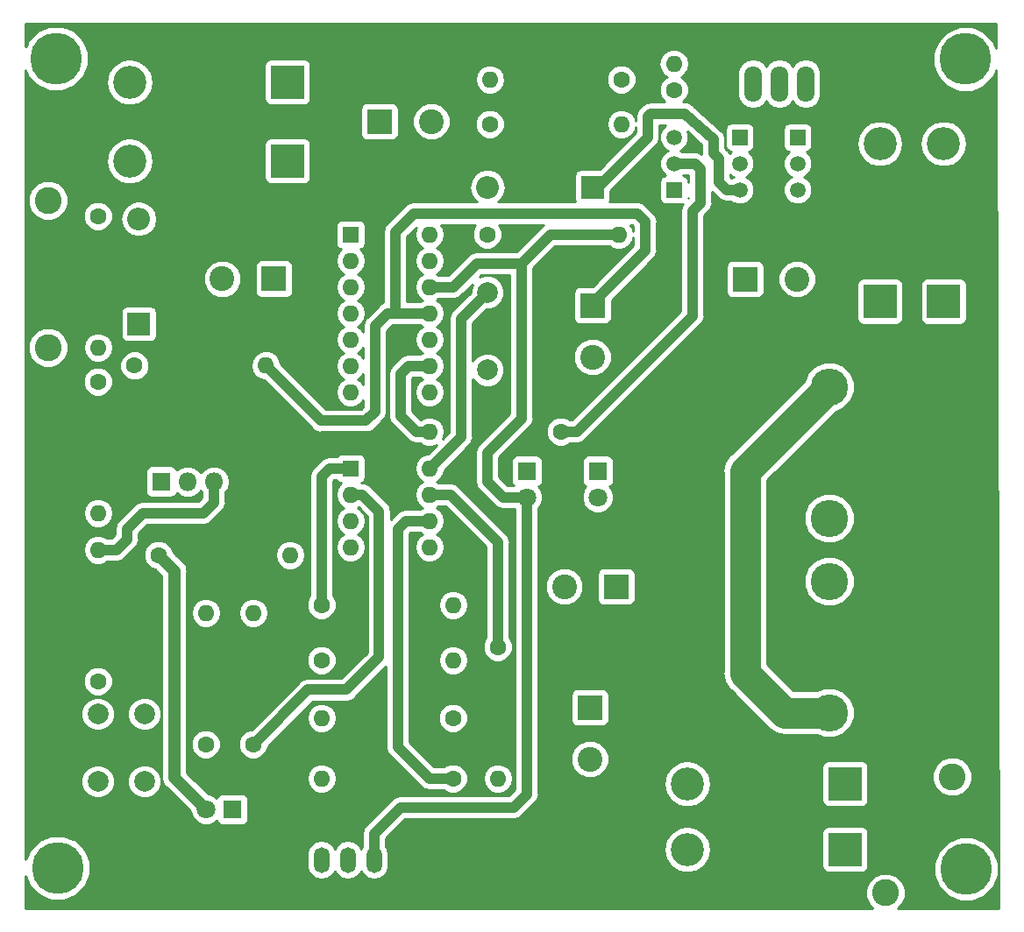
<source format=gbr>
%TF.GenerationSoftware,KiCad,Pcbnew,(5.0.0)*%
%TF.CreationDate,2018-11-17T18:39:48+09:00*%
%TF.ProjectId,16F676-mppt,3136463637362D6D7070742E6B696361,rev?*%
%TF.SameCoordinates,Original*%
%TF.FileFunction,Copper,L1,Top,Signal*%
%TF.FilePolarity,Positive*%
%FSLAX46Y46*%
G04 Gerber Fmt 4.6, Leading zero omitted, Abs format (unit mm)*
G04 Created by KiCad (PCBNEW (5.0.0)) date 11/17/18 18:39:48*
%MOMM*%
%LPD*%
G01*
G04 APERTURE LIST*
%ADD10C,5.000000*%
%ADD11C,1.600000*%
%ADD12O,1.600000X1.600000*%
%ADD13R,1.600000X1.600000*%
%ADD14R,2.400000X2.400000*%
%ADD15C,2.400000*%
%ADD16C,2.000000*%
%ADD17R,3.200000X3.200000*%
%ADD18O,3.200000X3.200000*%
%ADD19R,2.200000X2.200000*%
%ADD20O,2.200000X2.200000*%
%ADD21R,1.800000X1.800000*%
%ADD22C,1.800000*%
%ADD23C,3.600000*%
%ADD24C,1.520000*%
%ADD25R,1.520000X1.520000*%
%ADD26O,1.800000X1.800000*%
%ADD27O,1.501140X2.499360*%
%ADD28O,1.699260X3.500120*%
%ADD29C,2.600000*%
%ADD30C,1.000000*%
%ADD31C,3.000000*%
%ADD32C,1.200000*%
%ADD33C,0.254000*%
G04 APERTURE END LIST*
D10*
X104409240Y-94604840D03*
D11*
X76184760Y-19314160D03*
D12*
X76184760Y-16774160D03*
D13*
X44958000Y-55880000D03*
D12*
X52578000Y-63500000D03*
X44958000Y-58420000D03*
X52578000Y-60960000D03*
X44958000Y-60960000D03*
X52578000Y-58420000D03*
X44958000Y-63500000D03*
X52578000Y-55880000D03*
D14*
X68072000Y-78994000D03*
D15*
X68072000Y-83994000D03*
D14*
X83058000Y-37592000D03*
D15*
X88058000Y-37592000D03*
D14*
X37561520Y-37551360D03*
D15*
X32561520Y-37551360D03*
D16*
X58166000Y-38862000D03*
X58166000Y-46362000D03*
D14*
X70612000Y-67310000D03*
D15*
X65612000Y-67310000D03*
D14*
X68326000Y-40132000D03*
D15*
X68326000Y-45132000D03*
D14*
X47752000Y-22352000D03*
D15*
X52752000Y-22352000D03*
D17*
X102224840Y-39740840D03*
D18*
X102224840Y-24500840D03*
D17*
X92710000Y-86360000D03*
D18*
X77470000Y-86360000D03*
D19*
X68326000Y-28702000D03*
D20*
X58166000Y-28702000D03*
D21*
X33548320Y-88833960D03*
D22*
X31008320Y-88833960D03*
D19*
X24516080Y-41925240D03*
D20*
X24516080Y-31765240D03*
D17*
X38862000Y-26162000D03*
D18*
X23622000Y-26162000D03*
D17*
X38862000Y-18542000D03*
D18*
X23622000Y-18542000D03*
D21*
X61976000Y-56134000D03*
D22*
X61976000Y-58674000D03*
D21*
X68834000Y-56134000D03*
D22*
X68834000Y-58674000D03*
D17*
X96072960Y-39740840D03*
D18*
X96072960Y-24500840D03*
D17*
X92710000Y-92710000D03*
D18*
X77470000Y-92710000D03*
D23*
X91186000Y-79502000D03*
X91186000Y-66802000D03*
X91186000Y-48006000D03*
X91186000Y-60706000D03*
D24*
X76200000Y-26416000D03*
X76200000Y-23876000D03*
D25*
X76200000Y-28956000D03*
D24*
X82550000Y-26416000D03*
X82550000Y-28956000D03*
D25*
X82550000Y-23876000D03*
D24*
X88138000Y-26416000D03*
X88138000Y-28956000D03*
D25*
X88138000Y-23876000D03*
D11*
X30988000Y-82550000D03*
D12*
X30988000Y-69850000D03*
D11*
X42164000Y-74422000D03*
D12*
X54864000Y-74422000D03*
D11*
X54864000Y-85852000D03*
D12*
X42164000Y-85852000D03*
D11*
X59182000Y-73152000D03*
D12*
X59182000Y-85852000D03*
D11*
X20574000Y-31496000D03*
D12*
X20574000Y-44196000D03*
D11*
X26416000Y-64262000D03*
D12*
X39116000Y-64262000D03*
D11*
X65278000Y-52324000D03*
D12*
X52578000Y-52324000D03*
D11*
X24089360Y-45953680D03*
D12*
X36789360Y-45953680D03*
D11*
X58420000Y-22606000D03*
D12*
X71120000Y-22606000D03*
D11*
X71120000Y-18288000D03*
D12*
X58420000Y-18288000D03*
D11*
X42164000Y-69088000D03*
D12*
X54864000Y-69088000D03*
D11*
X20574000Y-47498000D03*
D12*
X20574000Y-60198000D03*
D11*
X54864000Y-80010000D03*
D12*
X42164000Y-80010000D03*
D11*
X58166000Y-33274000D03*
D12*
X70866000Y-33274000D03*
D11*
X35560000Y-82550000D03*
D12*
X35560000Y-69850000D03*
D11*
X20574000Y-76454000D03*
D12*
X20574000Y-63754000D03*
D16*
X25048600Y-86126320D03*
X20548600Y-86126320D03*
X25048600Y-79626320D03*
X20548600Y-79626320D03*
D21*
X26670000Y-57150000D03*
D26*
X29210000Y-57150000D03*
X31750000Y-57150000D03*
D13*
X44958000Y-33274000D03*
D12*
X52578000Y-48514000D03*
X44958000Y-35814000D03*
X52578000Y-45974000D03*
X44958000Y-38354000D03*
X52578000Y-43434000D03*
X44958000Y-40894000D03*
X52578000Y-40894000D03*
X44958000Y-43434000D03*
X52578000Y-38354000D03*
X44958000Y-45974000D03*
X52578000Y-35814000D03*
X44958000Y-48514000D03*
X52578000Y-33274000D03*
D10*
X16657320Y-94493080D03*
X104363520Y-16327120D03*
X16510000Y-16256000D03*
D27*
X44704000Y-93726000D03*
X47244000Y-93726000D03*
X42164000Y-93726000D03*
D28*
X86365080Y-18699480D03*
X83825080Y-18699480D03*
X88905080Y-18699480D03*
D29*
X15748000Y-29972000D03*
X15748000Y-44196000D03*
X103057960Y-85679280D03*
X96611440Y-96921320D03*
D30*
X81280000Y-28956000D02*
X82550000Y-28956000D01*
X80518000Y-28194000D02*
X81280000Y-28956000D01*
X80010000Y-25400000D02*
X80518000Y-25908000D01*
X79994760Y-24089360D02*
X80010000Y-25400000D01*
X80518000Y-25908000D02*
X80518000Y-28194000D01*
X68834000Y-28702000D02*
X73660000Y-23876000D01*
X73660000Y-21844000D02*
X73914000Y-21590000D01*
X73914000Y-21590000D02*
X77226160Y-21579840D01*
X68326000Y-28702000D02*
X68834000Y-28702000D01*
X73660000Y-23876000D02*
X73660000Y-21844000D01*
X77226160Y-21579840D02*
X79994760Y-24089360D01*
X52324000Y-55880000D02*
X52578000Y-55880000D01*
X52578000Y-55880000D02*
X55626000Y-52832000D01*
X55626000Y-52832000D02*
X55626000Y-41402000D01*
X55626000Y-41402000D02*
X58166000Y-38862000D01*
X20574000Y-63754000D02*
X22352000Y-63754000D01*
X31750000Y-59182000D02*
X31750000Y-57150000D01*
X30734000Y-60198000D02*
X31750000Y-59182000D01*
X24892000Y-60198000D02*
X30734000Y-60198000D01*
X23368000Y-61722000D02*
X24892000Y-60198000D01*
X23368000Y-62738000D02*
X23368000Y-61722000D01*
X22352000Y-63754000D02*
X23368000Y-62738000D01*
X73406000Y-34798000D02*
X68326000Y-39878000D01*
X73406000Y-32004000D02*
X73406000Y-34798000D01*
X72644000Y-31242000D02*
X73406000Y-32004000D01*
X51054000Y-31242000D02*
X72644000Y-31242000D01*
X49276000Y-33020000D02*
X51054000Y-31242000D01*
X68326000Y-39878000D02*
X68326000Y-40132000D01*
X49276000Y-40894000D02*
X52578000Y-40894000D01*
X49276000Y-40894000D02*
X49276000Y-40518080D01*
X49276000Y-40518080D02*
X49276000Y-33020000D01*
X48529240Y-40894000D02*
X47310040Y-42113200D01*
X49276000Y-40894000D02*
X48529240Y-40894000D01*
X47310040Y-42113200D02*
X47310040Y-50378360D01*
X47310040Y-50378360D02*
X46431200Y-51257200D01*
X42092880Y-51257200D02*
X36789360Y-45953680D01*
X46431200Y-51257200D02*
X42092880Y-51257200D01*
D31*
X91186000Y-79502000D02*
X86868000Y-79502000D01*
X83058000Y-56134000D02*
X91186000Y-48006000D01*
X83058000Y-75692000D02*
X83058000Y-56134000D01*
X86868000Y-79502000D02*
X83058000Y-75692000D01*
D32*
X31008320Y-88833960D02*
X27940000Y-85765640D01*
X27940000Y-65786000D02*
X26416000Y-64262000D01*
X27940000Y-85765640D02*
X27940000Y-65786000D01*
D30*
X61976000Y-58674000D02*
X59690000Y-58674000D01*
X61468000Y-51054000D02*
X61468000Y-36068000D01*
X58166000Y-54356000D02*
X61468000Y-51054000D01*
X58166000Y-57150000D02*
X58166000Y-54356000D01*
X59690000Y-58674000D02*
X58166000Y-57150000D01*
X61976000Y-58674000D02*
X61976000Y-87376000D01*
X61976000Y-87376000D02*
X60706000Y-88646000D01*
X70866000Y-33274000D02*
X64262000Y-33274000D01*
X64262000Y-33274000D02*
X61468000Y-36068000D01*
X54864000Y-38354000D02*
X52578000Y-38354000D01*
X61468000Y-36068000D02*
X57150000Y-36068000D01*
X57150000Y-36068000D02*
X54864000Y-38354000D01*
X47244000Y-91186000D02*
X49784000Y-88646000D01*
X49784000Y-88646000D02*
X60706000Y-88646000D01*
X47244000Y-91186000D02*
X47244000Y-93726000D01*
X77978000Y-41148000D02*
X77978000Y-30988000D01*
X66802000Y-52324000D02*
X77978000Y-41148000D01*
X65278000Y-52324000D02*
X66802000Y-52324000D01*
X78232000Y-26416000D02*
X76200000Y-26416000D01*
X78740000Y-26924000D02*
X78232000Y-26416000D01*
X78740000Y-30226000D02*
X78740000Y-26924000D01*
X77978000Y-30988000D02*
X78740000Y-30226000D01*
X46089370Y-58420000D02*
X47691040Y-60021670D01*
X44958000Y-58420000D02*
X46089370Y-58420000D01*
X47691040Y-60021670D02*
X47691040Y-74132440D01*
X47691040Y-74132440D02*
X44546520Y-77276960D01*
X40833040Y-77276960D02*
X35560000Y-82550000D01*
X44546520Y-77276960D02*
X40833040Y-77276960D01*
X54864000Y-85852000D02*
X52578000Y-85852000D01*
X50292000Y-60960000D02*
X52324000Y-60960000D01*
X49530000Y-61722000D02*
X50292000Y-60960000D01*
X49530000Y-82804000D02*
X49530000Y-61722000D01*
X52578000Y-85852000D02*
X49530000Y-82804000D01*
X59182000Y-73152000D02*
X59182000Y-62992000D01*
X54610000Y-58420000D02*
X52324000Y-58420000D01*
X59182000Y-62992000D02*
X54610000Y-58420000D01*
X52578000Y-45974000D02*
X50546000Y-45974000D01*
X51308000Y-52324000D02*
X52578000Y-52324000D01*
X49784000Y-50800000D02*
X51308000Y-52324000D01*
X49784000Y-46736000D02*
X49784000Y-50800000D01*
X50546000Y-45974000D02*
X49784000Y-46736000D01*
X42164000Y-69088000D02*
X42164000Y-56642000D01*
X42926000Y-55880000D02*
X44704000Y-55880000D01*
X42164000Y-56642000D02*
X42926000Y-55880000D01*
D33*
G36*
X107322628Y-15278119D02*
X107022084Y-14552541D01*
X107021642Y-14552247D01*
X107021244Y-14551285D01*
X106139355Y-13669396D01*
X106138393Y-13668998D01*
X106138099Y-13668556D01*
X105561970Y-13430235D01*
X104987110Y-13192120D01*
X104986339Y-13192120D01*
X104985628Y-13191826D01*
X104363097Y-13192120D01*
X103739930Y-13192120D01*
X103739219Y-13192415D01*
X103738448Y-13192415D01*
X102588941Y-13668556D01*
X102588647Y-13668998D01*
X102587685Y-13669396D01*
X101705796Y-14551285D01*
X101705398Y-14552247D01*
X101704956Y-14552541D01*
X101466635Y-15128670D01*
X101228520Y-15703530D01*
X101228520Y-15704301D01*
X101228226Y-15705012D01*
X101228520Y-16327120D01*
X101228520Y-16950710D01*
X101228815Y-16951421D01*
X101228815Y-16952192D01*
X101704956Y-18101699D01*
X101705398Y-18101993D01*
X101705796Y-18102955D01*
X102587685Y-18984844D01*
X102588647Y-18985242D01*
X102588941Y-18985684D01*
X103165070Y-19224005D01*
X103739930Y-19462120D01*
X103740701Y-19462120D01*
X103741412Y-19462414D01*
X104363943Y-19462120D01*
X104987110Y-19462120D01*
X104987821Y-19461825D01*
X104988592Y-19461825D01*
X106138099Y-18985684D01*
X106138393Y-18985242D01*
X106139355Y-18984844D01*
X107021244Y-18102955D01*
X107021642Y-18101993D01*
X107022084Y-18101699D01*
X107260405Y-17525570D01*
X107328789Y-17360477D01*
X107568624Y-98425000D01*
X97844264Y-98425000D01*
X98251854Y-98017410D01*
X98546440Y-97306215D01*
X98546440Y-96536425D01*
X98251854Y-95825230D01*
X97707530Y-95280906D01*
X96996335Y-94986320D01*
X96226545Y-94986320D01*
X95515350Y-95280906D01*
X94971026Y-95825230D01*
X94676440Y-96536425D01*
X94676440Y-97306215D01*
X94971026Y-98017410D01*
X95378616Y-98425000D01*
X13589000Y-98425000D01*
X13589000Y-95278420D01*
X13998756Y-96267659D01*
X13999198Y-96267953D01*
X13999596Y-96268915D01*
X14881485Y-97150804D01*
X14882447Y-97151202D01*
X14882741Y-97151644D01*
X15458870Y-97389965D01*
X16033730Y-97628080D01*
X16034501Y-97628080D01*
X16035212Y-97628374D01*
X16657743Y-97628080D01*
X17280910Y-97628080D01*
X17281621Y-97627785D01*
X17282392Y-97627785D01*
X18431899Y-97151644D01*
X18432193Y-97151202D01*
X18433155Y-97150804D01*
X19315044Y-96268915D01*
X19315442Y-96267953D01*
X19315884Y-96267659D01*
X19554205Y-95691530D01*
X19792320Y-95116670D01*
X19792320Y-95115899D01*
X19792614Y-95115188D01*
X19792320Y-94492657D01*
X19792320Y-93869490D01*
X19792025Y-93868779D01*
X19792025Y-93868008D01*
X19315884Y-92718501D01*
X19315442Y-92718207D01*
X19315044Y-92717245D01*
X18433155Y-91835356D01*
X18432193Y-91834958D01*
X18431899Y-91834516D01*
X17855770Y-91596195D01*
X17280910Y-91358080D01*
X17280139Y-91358080D01*
X17279428Y-91357786D01*
X16656897Y-91358080D01*
X16033730Y-91358080D01*
X16033019Y-91358375D01*
X16032248Y-91358375D01*
X14882741Y-91834516D01*
X14882447Y-91834958D01*
X14881485Y-91835356D01*
X13999596Y-92717245D01*
X13999198Y-92718207D01*
X13998756Y-92718501D01*
X13760435Y-93294630D01*
X13589000Y-93708510D01*
X13589000Y-85801098D01*
X18913600Y-85801098D01*
X18913600Y-86451542D01*
X19162514Y-87052473D01*
X19622447Y-87512406D01*
X20223378Y-87761320D01*
X20873822Y-87761320D01*
X21474753Y-87512406D01*
X21934686Y-87052473D01*
X22183600Y-86451542D01*
X22183600Y-85801098D01*
X23413600Y-85801098D01*
X23413600Y-86451542D01*
X23662514Y-87052473D01*
X24122447Y-87512406D01*
X24723378Y-87761320D01*
X25373822Y-87761320D01*
X25974753Y-87512406D01*
X26434686Y-87052473D01*
X26683600Y-86451542D01*
X26683600Y-85801098D01*
X26434686Y-85200167D01*
X25974753Y-84740234D01*
X25373822Y-84491320D01*
X24723378Y-84491320D01*
X24122447Y-84740234D01*
X23662514Y-85200167D01*
X23413600Y-85801098D01*
X22183600Y-85801098D01*
X21934686Y-85200167D01*
X21474753Y-84740234D01*
X20873822Y-84491320D01*
X20223378Y-84491320D01*
X19622447Y-84740234D01*
X19162514Y-85200167D01*
X18913600Y-85801098D01*
X13589000Y-85801098D01*
X13589000Y-79301098D01*
X18913600Y-79301098D01*
X18913600Y-79951542D01*
X19162514Y-80552473D01*
X19622447Y-81012406D01*
X20223378Y-81261320D01*
X20873822Y-81261320D01*
X21474753Y-81012406D01*
X21934686Y-80552473D01*
X22183600Y-79951542D01*
X22183600Y-79301098D01*
X23413600Y-79301098D01*
X23413600Y-79951542D01*
X23662514Y-80552473D01*
X24122447Y-81012406D01*
X24723378Y-81261320D01*
X25373822Y-81261320D01*
X25974753Y-81012406D01*
X26434686Y-80552473D01*
X26683600Y-79951542D01*
X26683600Y-79301098D01*
X26434686Y-78700167D01*
X25974753Y-78240234D01*
X25373822Y-77991320D01*
X24723378Y-77991320D01*
X24122447Y-78240234D01*
X23662514Y-78700167D01*
X23413600Y-79301098D01*
X22183600Y-79301098D01*
X21934686Y-78700167D01*
X21474753Y-78240234D01*
X20873822Y-77991320D01*
X20223378Y-77991320D01*
X19622447Y-78240234D01*
X19162514Y-78700167D01*
X18913600Y-79301098D01*
X13589000Y-79301098D01*
X13589000Y-76168561D01*
X19139000Y-76168561D01*
X19139000Y-76739439D01*
X19357466Y-77266862D01*
X19761138Y-77670534D01*
X20288561Y-77889000D01*
X20859439Y-77889000D01*
X21386862Y-77670534D01*
X21790534Y-77266862D01*
X22009000Y-76739439D01*
X22009000Y-76168561D01*
X21790534Y-75641138D01*
X21386862Y-75237466D01*
X20859439Y-75019000D01*
X20288561Y-75019000D01*
X19761138Y-75237466D01*
X19357466Y-75641138D01*
X19139000Y-76168561D01*
X13589000Y-76168561D01*
X13589000Y-63754000D01*
X19110887Y-63754000D01*
X19222260Y-64313909D01*
X19539423Y-64788577D01*
X20014091Y-65105740D01*
X20432667Y-65189000D01*
X20715333Y-65189000D01*
X21133909Y-65105740D01*
X21458283Y-64889000D01*
X22240217Y-64889000D01*
X22352000Y-64911235D01*
X22463783Y-64889000D01*
X22794855Y-64823146D01*
X23170289Y-64572289D01*
X23233613Y-64477519D01*
X23734571Y-63976561D01*
X24981000Y-63976561D01*
X24981000Y-64547439D01*
X25199466Y-65074862D01*
X25603138Y-65478534D01*
X26085981Y-65678534D01*
X26705001Y-66297555D01*
X26705000Y-85644008D01*
X26680806Y-85765640D01*
X26705000Y-85887272D01*
X26705000Y-85887275D01*
X26776656Y-86247512D01*
X27049615Y-86656025D01*
X27152734Y-86724927D01*
X29473320Y-89045514D01*
X29473320Y-89139290D01*
X29707010Y-89703467D01*
X30138813Y-90135270D01*
X30702990Y-90368960D01*
X31313650Y-90368960D01*
X31877827Y-90135270D01*
X32047045Y-89966052D01*
X32050163Y-89981725D01*
X32190511Y-90191769D01*
X32400555Y-90332117D01*
X32648320Y-90381400D01*
X34448320Y-90381400D01*
X34696085Y-90332117D01*
X34906129Y-90191769D01*
X35046477Y-89981725D01*
X35095760Y-89733960D01*
X35095760Y-87933960D01*
X35046477Y-87686195D01*
X34906129Y-87476151D01*
X34696085Y-87335803D01*
X34448320Y-87286520D01*
X32648320Y-87286520D01*
X32400555Y-87335803D01*
X32190511Y-87476151D01*
X32050163Y-87686195D01*
X32047045Y-87701868D01*
X31877827Y-87532650D01*
X31313650Y-87298960D01*
X31219874Y-87298960D01*
X29772914Y-85852000D01*
X40700887Y-85852000D01*
X40812260Y-86411909D01*
X41129423Y-86886577D01*
X41604091Y-87203740D01*
X42022667Y-87287000D01*
X42305333Y-87287000D01*
X42723909Y-87203740D01*
X43198577Y-86886577D01*
X43515740Y-86411909D01*
X43627113Y-85852000D01*
X43515740Y-85292091D01*
X43198577Y-84817423D01*
X42723909Y-84500260D01*
X42305333Y-84417000D01*
X42022667Y-84417000D01*
X41604091Y-84500260D01*
X41129423Y-84817423D01*
X40812260Y-85292091D01*
X40700887Y-85852000D01*
X29772914Y-85852000D01*
X29175000Y-85254087D01*
X29175000Y-82264561D01*
X29553000Y-82264561D01*
X29553000Y-82835439D01*
X29771466Y-83362862D01*
X30175138Y-83766534D01*
X30702561Y-83985000D01*
X31273439Y-83985000D01*
X31800862Y-83766534D01*
X32204534Y-83362862D01*
X32423000Y-82835439D01*
X32423000Y-82264561D01*
X34125000Y-82264561D01*
X34125000Y-82835439D01*
X34343466Y-83362862D01*
X34747138Y-83766534D01*
X35274561Y-83985000D01*
X35845439Y-83985000D01*
X36372862Y-83766534D01*
X36776534Y-83362862D01*
X36995000Y-82835439D01*
X36995000Y-82720131D01*
X39705131Y-80010000D01*
X40700887Y-80010000D01*
X40812260Y-80569909D01*
X41129423Y-81044577D01*
X41604091Y-81361740D01*
X42022667Y-81445000D01*
X42305333Y-81445000D01*
X42723909Y-81361740D01*
X43198577Y-81044577D01*
X43515740Y-80569909D01*
X43627113Y-80010000D01*
X43515740Y-79450091D01*
X43198577Y-78975423D01*
X42723909Y-78658260D01*
X42305333Y-78575000D01*
X42022667Y-78575000D01*
X41604091Y-78658260D01*
X41129423Y-78975423D01*
X40812260Y-79450091D01*
X40700887Y-80010000D01*
X39705131Y-80010000D01*
X41303172Y-78411960D01*
X44434737Y-78411960D01*
X44546520Y-78434195D01*
X44658303Y-78411960D01*
X44989375Y-78346106D01*
X45364809Y-78095249D01*
X45428133Y-78000478D01*
X48395000Y-75033612D01*
X48395000Y-82692217D01*
X48372765Y-82804000D01*
X48460854Y-83246854D01*
X48711711Y-83622289D01*
X48806482Y-83685613D01*
X51696389Y-86575521D01*
X51759711Y-86670289D01*
X52083409Y-86886577D01*
X52135145Y-86921146D01*
X52578000Y-87009235D01*
X52689783Y-86987000D01*
X53969604Y-86987000D01*
X54051138Y-87068534D01*
X54578561Y-87287000D01*
X55149439Y-87287000D01*
X55676862Y-87068534D01*
X56080534Y-86664862D01*
X56299000Y-86137439D01*
X56299000Y-85852000D01*
X57718887Y-85852000D01*
X57830260Y-86411909D01*
X58147423Y-86886577D01*
X58622091Y-87203740D01*
X59040667Y-87287000D01*
X59323333Y-87287000D01*
X59741909Y-87203740D01*
X60216577Y-86886577D01*
X60533740Y-86411909D01*
X60645113Y-85852000D01*
X60533740Y-85292091D01*
X60216577Y-84817423D01*
X59741909Y-84500260D01*
X59323333Y-84417000D01*
X59040667Y-84417000D01*
X58622091Y-84500260D01*
X58147423Y-84817423D01*
X57830260Y-85292091D01*
X57718887Y-85852000D01*
X56299000Y-85852000D01*
X56299000Y-85566561D01*
X56080534Y-85039138D01*
X55676862Y-84635466D01*
X55149439Y-84417000D01*
X54578561Y-84417000D01*
X54051138Y-84635466D01*
X53969604Y-84717000D01*
X53048132Y-84717000D01*
X50665000Y-82333869D01*
X50665000Y-79724561D01*
X53429000Y-79724561D01*
X53429000Y-80295439D01*
X53647466Y-80822862D01*
X54051138Y-81226534D01*
X54578561Y-81445000D01*
X55149439Y-81445000D01*
X55676862Y-81226534D01*
X56080534Y-80822862D01*
X56299000Y-80295439D01*
X56299000Y-79724561D01*
X56080534Y-79197138D01*
X55676862Y-78793466D01*
X55149439Y-78575000D01*
X54578561Y-78575000D01*
X54051138Y-78793466D01*
X53647466Y-79197138D01*
X53429000Y-79724561D01*
X50665000Y-79724561D01*
X50665000Y-74422000D01*
X53400887Y-74422000D01*
X53512260Y-74981909D01*
X53829423Y-75456577D01*
X54304091Y-75773740D01*
X54722667Y-75857000D01*
X55005333Y-75857000D01*
X55423909Y-75773740D01*
X55898577Y-75456577D01*
X56215740Y-74981909D01*
X56327113Y-74422000D01*
X56215740Y-73862091D01*
X55898577Y-73387423D01*
X55423909Y-73070260D01*
X55005333Y-72987000D01*
X54722667Y-72987000D01*
X54304091Y-73070260D01*
X53829423Y-73387423D01*
X53512260Y-73862091D01*
X53400887Y-74422000D01*
X50665000Y-74422000D01*
X50665000Y-69088000D01*
X53400887Y-69088000D01*
X53512260Y-69647909D01*
X53829423Y-70122577D01*
X54304091Y-70439740D01*
X54722667Y-70523000D01*
X55005333Y-70523000D01*
X55423909Y-70439740D01*
X55898577Y-70122577D01*
X56215740Y-69647909D01*
X56327113Y-69088000D01*
X56215740Y-68528091D01*
X55898577Y-68053423D01*
X55423909Y-67736260D01*
X55005333Y-67653000D01*
X54722667Y-67653000D01*
X54304091Y-67736260D01*
X53829423Y-68053423D01*
X53512260Y-68528091D01*
X53400887Y-69088000D01*
X50665000Y-69088000D01*
X50665000Y-62192131D01*
X50762132Y-62095000D01*
X51693717Y-62095000D01*
X51895758Y-62230000D01*
X51543423Y-62465423D01*
X51226260Y-62940091D01*
X51114887Y-63500000D01*
X51226260Y-64059909D01*
X51543423Y-64534577D01*
X52018091Y-64851740D01*
X52436667Y-64935000D01*
X52719333Y-64935000D01*
X53137909Y-64851740D01*
X53612577Y-64534577D01*
X53929740Y-64059909D01*
X54041113Y-63500000D01*
X53929740Y-62940091D01*
X53612577Y-62465423D01*
X53260242Y-62230000D01*
X53612577Y-61994577D01*
X53929740Y-61519909D01*
X54041113Y-60960000D01*
X53929740Y-60400091D01*
X53612577Y-59925423D01*
X53260242Y-59690000D01*
X53462283Y-59555000D01*
X54139869Y-59555000D01*
X58047001Y-63462133D01*
X58047000Y-72257604D01*
X57965466Y-72339138D01*
X57747000Y-72866561D01*
X57747000Y-73437439D01*
X57965466Y-73964862D01*
X58369138Y-74368534D01*
X58896561Y-74587000D01*
X59467439Y-74587000D01*
X59994862Y-74368534D01*
X60398534Y-73964862D01*
X60617000Y-73437439D01*
X60617000Y-72866561D01*
X60398534Y-72339138D01*
X60317000Y-72257604D01*
X60317000Y-63103781D01*
X60339235Y-62991999D01*
X60310946Y-62849782D01*
X60251146Y-62549145D01*
X60000289Y-62173711D01*
X59905521Y-62110389D01*
X55491613Y-57696482D01*
X55428289Y-57601711D01*
X55052855Y-57350854D01*
X54721783Y-57285000D01*
X54610000Y-57262765D01*
X54498217Y-57285000D01*
X53462283Y-57285000D01*
X53260242Y-57150000D01*
X53612577Y-56914577D01*
X53929740Y-56439909D01*
X54005849Y-56057282D01*
X56349521Y-53713610D01*
X56444289Y-53650289D01*
X56695146Y-53274855D01*
X56761000Y-52943783D01*
X56761000Y-52943782D01*
X56783235Y-52832000D01*
X56761000Y-52720217D01*
X56761000Y-47242491D01*
X56779914Y-47288153D01*
X57239847Y-47748086D01*
X57840778Y-47997000D01*
X58491222Y-47997000D01*
X59092153Y-47748086D01*
X59552086Y-47288153D01*
X59801000Y-46687222D01*
X59801000Y-46036778D01*
X59552086Y-45435847D01*
X59092153Y-44975914D01*
X58491222Y-44727000D01*
X57840778Y-44727000D01*
X57239847Y-44975914D01*
X56779914Y-45435847D01*
X56761000Y-45481509D01*
X56761000Y-41872131D01*
X58136132Y-40497000D01*
X58491222Y-40497000D01*
X59092153Y-40248086D01*
X59552086Y-39788153D01*
X59801000Y-39187222D01*
X59801000Y-38536778D01*
X59552086Y-37935847D01*
X59092153Y-37475914D01*
X58491222Y-37227000D01*
X57840778Y-37227000D01*
X57423140Y-37399991D01*
X57620132Y-37203000D01*
X60333001Y-37203000D01*
X60333000Y-50583868D01*
X57442480Y-53474389D01*
X57347712Y-53537711D01*
X57162085Y-53815522D01*
X57096854Y-53913146D01*
X57008765Y-54356000D01*
X57031001Y-54467788D01*
X57031000Y-57038217D01*
X57008765Y-57150000D01*
X57070485Y-57460288D01*
X57096854Y-57592854D01*
X57347711Y-57968289D01*
X57442481Y-58031613D01*
X58808391Y-59397524D01*
X58871711Y-59492289D01*
X59247145Y-59743146D01*
X59578217Y-59809000D01*
X59689999Y-59831235D01*
X59801781Y-59809000D01*
X60841000Y-59809000D01*
X60841001Y-86905867D01*
X60235869Y-87511000D01*
X49895781Y-87511000D01*
X49783999Y-87488765D01*
X49672217Y-87511000D01*
X49341145Y-87576854D01*
X48965711Y-87827711D01*
X48902389Y-87922479D01*
X46520482Y-90304387D01*
X46425711Y-90367711D01*
X46174855Y-90743145D01*
X46174854Y-90743146D01*
X46086765Y-91186000D01*
X46109000Y-91297783D01*
X46109000Y-92431578D01*
X45974000Y-92633620D01*
X45702940Y-92227950D01*
X45244622Y-91921712D01*
X44704000Y-91814176D01*
X44163379Y-91921712D01*
X43705061Y-92227950D01*
X43434000Y-92633620D01*
X43162940Y-92227950D01*
X42704622Y-91921712D01*
X42164000Y-91814176D01*
X41623379Y-91921712D01*
X41165061Y-92227950D01*
X40858822Y-92686268D01*
X40778430Y-93090427D01*
X40778430Y-94361572D01*
X40858822Y-94765731D01*
X41165060Y-95224049D01*
X41623378Y-95530288D01*
X42164000Y-95637824D01*
X42704621Y-95530288D01*
X43162939Y-95224050D01*
X43434000Y-94818379D01*
X43705060Y-95224049D01*
X44163378Y-95530288D01*
X44704000Y-95637824D01*
X45244621Y-95530288D01*
X45702939Y-95224050D01*
X45974000Y-94818379D01*
X46245060Y-95224049D01*
X46703378Y-95530288D01*
X47244000Y-95637824D01*
X47784621Y-95530288D01*
X48242939Y-95224050D01*
X48549178Y-94765732D01*
X48629570Y-94361573D01*
X48629570Y-93090427D01*
X48553899Y-92710000D01*
X75191214Y-92710000D01*
X75364676Y-93582054D01*
X75858655Y-94321345D01*
X76597946Y-94815324D01*
X77249872Y-94945000D01*
X77690128Y-94945000D01*
X78342054Y-94815324D01*
X79081345Y-94321345D01*
X79575324Y-93582054D01*
X79748786Y-92710000D01*
X79575324Y-91837946D01*
X79088926Y-91110000D01*
X90462560Y-91110000D01*
X90462560Y-94310000D01*
X90511843Y-94557765D01*
X90652191Y-94767809D01*
X90862235Y-94908157D01*
X91110000Y-94957440D01*
X94310000Y-94957440D01*
X94557765Y-94908157D01*
X94767809Y-94767809D01*
X94908157Y-94557765D01*
X94957440Y-94310000D01*
X94957440Y-93982732D01*
X101273946Y-93982732D01*
X101274240Y-94604840D01*
X101274240Y-95228430D01*
X101274535Y-95229141D01*
X101274535Y-95229912D01*
X101750676Y-96379419D01*
X101751118Y-96379713D01*
X101751516Y-96380675D01*
X102633405Y-97262564D01*
X102634367Y-97262962D01*
X102634661Y-97263404D01*
X103210790Y-97501725D01*
X103785650Y-97739840D01*
X103786421Y-97739840D01*
X103787132Y-97740134D01*
X104409663Y-97739840D01*
X105032830Y-97739840D01*
X105033541Y-97739545D01*
X105034312Y-97739545D01*
X106183819Y-97263404D01*
X106184113Y-97262962D01*
X106185075Y-97262564D01*
X107066964Y-96380675D01*
X107067362Y-96379713D01*
X107067804Y-96379419D01*
X107306125Y-95803290D01*
X107544240Y-95228430D01*
X107544240Y-95227659D01*
X107544534Y-95226948D01*
X107544240Y-94604417D01*
X107544240Y-93981250D01*
X107543945Y-93980539D01*
X107543945Y-93979768D01*
X107067804Y-92830261D01*
X107067362Y-92829967D01*
X107066964Y-92829005D01*
X106185075Y-91947116D01*
X106184113Y-91946718D01*
X106183819Y-91946276D01*
X105607690Y-91707955D01*
X105032830Y-91469840D01*
X105032059Y-91469840D01*
X105031348Y-91469546D01*
X104408817Y-91469840D01*
X103785650Y-91469840D01*
X103784939Y-91470135D01*
X103784168Y-91470135D01*
X102634661Y-91946276D01*
X102634367Y-91946718D01*
X102633405Y-91947116D01*
X101751516Y-92829005D01*
X101751118Y-92829967D01*
X101750676Y-92830261D01*
X101512355Y-93406390D01*
X101274240Y-93981250D01*
X101274240Y-93982021D01*
X101273946Y-93982732D01*
X94957440Y-93982732D01*
X94957440Y-91110000D01*
X94908157Y-90862235D01*
X94767809Y-90652191D01*
X94557765Y-90511843D01*
X94310000Y-90462560D01*
X91110000Y-90462560D01*
X90862235Y-90511843D01*
X90652191Y-90652191D01*
X90511843Y-90862235D01*
X90462560Y-91110000D01*
X79088926Y-91110000D01*
X79081345Y-91098655D01*
X78342054Y-90604676D01*
X77690128Y-90475000D01*
X77249872Y-90475000D01*
X76597946Y-90604676D01*
X75858655Y-91098655D01*
X75364676Y-91837946D01*
X75191214Y-92710000D01*
X48553899Y-92710000D01*
X48549178Y-92686268D01*
X48379000Y-92431578D01*
X48379000Y-91656131D01*
X50254132Y-89781000D01*
X60594217Y-89781000D01*
X60706000Y-89803235D01*
X60817783Y-89781000D01*
X61148855Y-89715146D01*
X61524289Y-89464289D01*
X61587613Y-89369518D01*
X62699521Y-88257611D01*
X62794289Y-88194289D01*
X63045146Y-87818855D01*
X63093283Y-87576854D01*
X63133235Y-87376001D01*
X63111000Y-87264218D01*
X63111000Y-86360000D01*
X75191214Y-86360000D01*
X75364676Y-87232054D01*
X75858655Y-87971345D01*
X76597946Y-88465324D01*
X77249872Y-88595000D01*
X77690128Y-88595000D01*
X78342054Y-88465324D01*
X79081345Y-87971345D01*
X79575324Y-87232054D01*
X79748786Y-86360000D01*
X79575324Y-85487946D01*
X79088926Y-84760000D01*
X90462560Y-84760000D01*
X90462560Y-87960000D01*
X90511843Y-88207765D01*
X90652191Y-88417809D01*
X90862235Y-88558157D01*
X91110000Y-88607440D01*
X94310000Y-88607440D01*
X94557765Y-88558157D01*
X94767809Y-88417809D01*
X94908157Y-88207765D01*
X94957440Y-87960000D01*
X94957440Y-85294385D01*
X101122960Y-85294385D01*
X101122960Y-86064175D01*
X101417546Y-86775370D01*
X101961870Y-87319694D01*
X102673065Y-87614280D01*
X103442855Y-87614280D01*
X104154050Y-87319694D01*
X104698374Y-86775370D01*
X104992960Y-86064175D01*
X104992960Y-85294385D01*
X104698374Y-84583190D01*
X104154050Y-84038866D01*
X103442855Y-83744280D01*
X102673065Y-83744280D01*
X101961870Y-84038866D01*
X101417546Y-84583190D01*
X101122960Y-85294385D01*
X94957440Y-85294385D01*
X94957440Y-84760000D01*
X94908157Y-84512235D01*
X94767809Y-84302191D01*
X94557765Y-84161843D01*
X94310000Y-84112560D01*
X91110000Y-84112560D01*
X90862235Y-84161843D01*
X90652191Y-84302191D01*
X90511843Y-84512235D01*
X90462560Y-84760000D01*
X79088926Y-84760000D01*
X79081345Y-84748655D01*
X78342054Y-84254676D01*
X77690128Y-84125000D01*
X77249872Y-84125000D01*
X76597946Y-84254676D01*
X75858655Y-84748655D01*
X75364676Y-85487946D01*
X75191214Y-86360000D01*
X63111000Y-86360000D01*
X63111000Y-83628996D01*
X66237000Y-83628996D01*
X66237000Y-84359004D01*
X66516362Y-85033444D01*
X67032556Y-85549638D01*
X67706996Y-85829000D01*
X68437004Y-85829000D01*
X69111444Y-85549638D01*
X69627638Y-85033444D01*
X69907000Y-84359004D01*
X69907000Y-83628996D01*
X69627638Y-82954556D01*
X69111444Y-82438362D01*
X68437004Y-82159000D01*
X67706996Y-82159000D01*
X67032556Y-82438362D01*
X66516362Y-82954556D01*
X66237000Y-83628996D01*
X63111000Y-83628996D01*
X63111000Y-77794000D01*
X66224560Y-77794000D01*
X66224560Y-80194000D01*
X66273843Y-80441765D01*
X66414191Y-80651809D01*
X66624235Y-80792157D01*
X66872000Y-80841440D01*
X69272000Y-80841440D01*
X69519765Y-80792157D01*
X69729809Y-80651809D01*
X69870157Y-80441765D01*
X69919440Y-80194000D01*
X69919440Y-77794000D01*
X69870157Y-77546235D01*
X69729809Y-77336191D01*
X69519765Y-77195843D01*
X69272000Y-77146560D01*
X66872000Y-77146560D01*
X66624235Y-77195843D01*
X66414191Y-77336191D01*
X66273843Y-77546235D01*
X66224560Y-77794000D01*
X63111000Y-77794000D01*
X63111000Y-66944996D01*
X63777000Y-66944996D01*
X63777000Y-67675004D01*
X64056362Y-68349444D01*
X64572556Y-68865638D01*
X65246996Y-69145000D01*
X65977004Y-69145000D01*
X66651444Y-68865638D01*
X67167638Y-68349444D01*
X67447000Y-67675004D01*
X67447000Y-66944996D01*
X67167638Y-66270556D01*
X67007082Y-66110000D01*
X68764560Y-66110000D01*
X68764560Y-68510000D01*
X68813843Y-68757765D01*
X68954191Y-68967809D01*
X69164235Y-69108157D01*
X69412000Y-69157440D01*
X71812000Y-69157440D01*
X72059765Y-69108157D01*
X72269809Y-68967809D01*
X72410157Y-68757765D01*
X72459440Y-68510000D01*
X72459440Y-66110000D01*
X72410157Y-65862235D01*
X72269809Y-65652191D01*
X72059765Y-65511843D01*
X71812000Y-65462560D01*
X69412000Y-65462560D01*
X69164235Y-65511843D01*
X68954191Y-65652191D01*
X68813843Y-65862235D01*
X68764560Y-66110000D01*
X67007082Y-66110000D01*
X66651444Y-65754362D01*
X65977004Y-65475000D01*
X65246996Y-65475000D01*
X64572556Y-65754362D01*
X64056362Y-66270556D01*
X63777000Y-66944996D01*
X63111000Y-66944996D01*
X63111000Y-59709817D01*
X63277310Y-59543507D01*
X63511000Y-58979330D01*
X63511000Y-58368670D01*
X63277310Y-57804493D01*
X63108092Y-57635275D01*
X63123765Y-57632157D01*
X63333809Y-57491809D01*
X63474157Y-57281765D01*
X63523440Y-57034000D01*
X63523440Y-55234000D01*
X67286560Y-55234000D01*
X67286560Y-57034000D01*
X67335843Y-57281765D01*
X67476191Y-57491809D01*
X67686235Y-57632157D01*
X67701908Y-57635275D01*
X67532690Y-57804493D01*
X67299000Y-58368670D01*
X67299000Y-58979330D01*
X67532690Y-59543507D01*
X67964493Y-59975310D01*
X68528670Y-60209000D01*
X69139330Y-60209000D01*
X69703507Y-59975310D01*
X70135310Y-59543507D01*
X70369000Y-58979330D01*
X70369000Y-58368670D01*
X70135310Y-57804493D01*
X69966092Y-57635275D01*
X69981765Y-57632157D01*
X70191809Y-57491809D01*
X70332157Y-57281765D01*
X70381440Y-57034000D01*
X70381440Y-56134000D01*
X80881174Y-56134000D01*
X80923001Y-56344280D01*
X80923000Y-75481725D01*
X80881174Y-75692000D01*
X80923000Y-75902275D01*
X80923000Y-75902278D01*
X81046874Y-76525035D01*
X81518751Y-77231249D01*
X81697019Y-77350364D01*
X85209638Y-80862984D01*
X85328751Y-81041249D01*
X85507016Y-81160362D01*
X86034964Y-81513126D01*
X86868000Y-81678827D01*
X87078278Y-81637000D01*
X89977385Y-81637000D01*
X90701648Y-81937000D01*
X91670352Y-81937000D01*
X92565316Y-81566293D01*
X93250293Y-80881316D01*
X93621000Y-79986352D01*
X93621000Y-79017648D01*
X93250293Y-78122684D01*
X92565316Y-77437707D01*
X91670352Y-77067000D01*
X90701648Y-77067000D01*
X89977385Y-77367000D01*
X87752346Y-77367000D01*
X85193000Y-74807655D01*
X85193000Y-66317648D01*
X88751000Y-66317648D01*
X88751000Y-67286352D01*
X89121707Y-68181316D01*
X89806684Y-68866293D01*
X90701648Y-69237000D01*
X91670352Y-69237000D01*
X92565316Y-68866293D01*
X93250293Y-68181316D01*
X93621000Y-67286352D01*
X93621000Y-66317648D01*
X93250293Y-65422684D01*
X92565316Y-64737707D01*
X91670352Y-64367000D01*
X90701648Y-64367000D01*
X89806684Y-64737707D01*
X89121707Y-65422684D01*
X88751000Y-66317648D01*
X85193000Y-66317648D01*
X85193000Y-60221648D01*
X88751000Y-60221648D01*
X88751000Y-61190352D01*
X89121707Y-62085316D01*
X89806684Y-62770293D01*
X90701648Y-63141000D01*
X91670352Y-63141000D01*
X92565316Y-62770293D01*
X93250293Y-62085316D01*
X93621000Y-61190352D01*
X93621000Y-60221648D01*
X93250293Y-59326684D01*
X92565316Y-58641707D01*
X91670352Y-58271000D01*
X90701648Y-58271000D01*
X89806684Y-58641707D01*
X89121707Y-59326684D01*
X88751000Y-60221648D01*
X85193000Y-60221648D01*
X85193000Y-57018345D01*
X91841052Y-50370293D01*
X92565316Y-50070293D01*
X93250293Y-49385316D01*
X93621000Y-48490352D01*
X93621000Y-47521648D01*
X93250293Y-46626684D01*
X92565316Y-45941707D01*
X91670352Y-45571000D01*
X90701648Y-45571000D01*
X89806684Y-45941707D01*
X89121707Y-46626684D01*
X88821707Y-47350948D01*
X81697017Y-54475638D01*
X81518752Y-54594751D01*
X81399639Y-54773016D01*
X81399638Y-54773017D01*
X81046874Y-55300965D01*
X80881174Y-56134000D01*
X70381440Y-56134000D01*
X70381440Y-55234000D01*
X70332157Y-54986235D01*
X70191809Y-54776191D01*
X69981765Y-54635843D01*
X69734000Y-54586560D01*
X67934000Y-54586560D01*
X67686235Y-54635843D01*
X67476191Y-54776191D01*
X67335843Y-54986235D01*
X67286560Y-55234000D01*
X63523440Y-55234000D01*
X63474157Y-54986235D01*
X63333809Y-54776191D01*
X63123765Y-54635843D01*
X62876000Y-54586560D01*
X61076000Y-54586560D01*
X60828235Y-54635843D01*
X60618191Y-54776191D01*
X60477843Y-54986235D01*
X60428560Y-55234000D01*
X60428560Y-57034000D01*
X60477843Y-57281765D01*
X60618191Y-57491809D01*
X60688817Y-57539000D01*
X60160133Y-57539000D01*
X59301000Y-56679869D01*
X59301000Y-54826131D01*
X62191521Y-51935610D01*
X62286289Y-51872289D01*
X62537146Y-51496855D01*
X62585283Y-51254854D01*
X62625235Y-51054001D01*
X62603000Y-50942218D01*
X62603000Y-44766996D01*
X66491000Y-44766996D01*
X66491000Y-45497004D01*
X66770362Y-46171444D01*
X67286556Y-46687638D01*
X67960996Y-46967000D01*
X68691004Y-46967000D01*
X69365444Y-46687638D01*
X69881638Y-46171444D01*
X70161000Y-45497004D01*
X70161000Y-44766996D01*
X69881638Y-44092556D01*
X69365444Y-43576362D01*
X68691004Y-43297000D01*
X67960996Y-43297000D01*
X67286556Y-43576362D01*
X66770362Y-44092556D01*
X66491000Y-44766996D01*
X62603000Y-44766996D01*
X62603000Y-36538131D01*
X64732132Y-34409000D01*
X69981717Y-34409000D01*
X70306091Y-34625740D01*
X70724667Y-34709000D01*
X71007333Y-34709000D01*
X71425909Y-34625740D01*
X71900577Y-34308577D01*
X72217740Y-33833909D01*
X72271001Y-33566151D01*
X72271001Y-34327867D01*
X68314309Y-38284560D01*
X67126000Y-38284560D01*
X66878235Y-38333843D01*
X66668191Y-38474191D01*
X66527843Y-38684235D01*
X66478560Y-38932000D01*
X66478560Y-41332000D01*
X66527843Y-41579765D01*
X66668191Y-41789809D01*
X66878235Y-41930157D01*
X67126000Y-41979440D01*
X69526000Y-41979440D01*
X69773765Y-41930157D01*
X69983809Y-41789809D01*
X70124157Y-41579765D01*
X70173440Y-41332000D01*
X70173440Y-39635691D01*
X74129521Y-35679611D01*
X74224289Y-35616289D01*
X74475146Y-35240855D01*
X74541000Y-34909783D01*
X74563235Y-34798000D01*
X74541000Y-34686217D01*
X74541000Y-32115783D01*
X74563235Y-32004000D01*
X74475146Y-31561145D01*
X74356270Y-31383235D01*
X74224289Y-31185711D01*
X74129521Y-31122389D01*
X73525613Y-30518481D01*
X73462289Y-30423711D01*
X73086855Y-30172854D01*
X72755783Y-30107000D01*
X72644000Y-30084765D01*
X72532217Y-30107000D01*
X69985913Y-30107000D01*
X70024157Y-30049765D01*
X70073440Y-29802000D01*
X70073440Y-29067691D01*
X74383522Y-24757610D01*
X74478289Y-24694289D01*
X74729146Y-24318855D01*
X74790619Y-24009809D01*
X74805000Y-23937510D01*
X74805000Y-24153483D01*
X75017376Y-24666204D01*
X75409796Y-25058624D01*
X75620740Y-25146000D01*
X75409796Y-25233376D01*
X75017376Y-25625796D01*
X74805000Y-26138517D01*
X74805000Y-26693483D01*
X75017376Y-27206204D01*
X75373049Y-27561877D01*
X75192235Y-27597843D01*
X74982191Y-27738191D01*
X74841843Y-27948235D01*
X74792560Y-28196000D01*
X74792560Y-29716000D01*
X74841843Y-29963765D01*
X74982191Y-30173809D01*
X75192235Y-30314157D01*
X75440000Y-30363440D01*
X76960000Y-30363440D01*
X77041037Y-30347321D01*
X77005733Y-30400157D01*
X76908854Y-30545146D01*
X76820765Y-30988000D01*
X76843001Y-31099788D01*
X76843000Y-40677868D01*
X66331869Y-51189000D01*
X66172396Y-51189000D01*
X66090862Y-51107466D01*
X65563439Y-50889000D01*
X64992561Y-50889000D01*
X64465138Y-51107466D01*
X64061466Y-51511138D01*
X63843000Y-52038561D01*
X63843000Y-52609439D01*
X64061466Y-53136862D01*
X64465138Y-53540534D01*
X64992561Y-53759000D01*
X65563439Y-53759000D01*
X66090862Y-53540534D01*
X66172396Y-53459000D01*
X66690217Y-53459000D01*
X66802000Y-53481235D01*
X66913783Y-53459000D01*
X67244855Y-53393146D01*
X67620289Y-53142289D01*
X67683613Y-53047518D01*
X78701522Y-42029610D01*
X78796289Y-41966289D01*
X79047146Y-41590855D01*
X79096877Y-41340840D01*
X79135235Y-41148000D01*
X79113000Y-41036217D01*
X79113000Y-36392000D01*
X81210560Y-36392000D01*
X81210560Y-38792000D01*
X81259843Y-39039765D01*
X81400191Y-39249809D01*
X81610235Y-39390157D01*
X81858000Y-39439440D01*
X84258000Y-39439440D01*
X84505765Y-39390157D01*
X84715809Y-39249809D01*
X84856157Y-39039765D01*
X84905440Y-38792000D01*
X84905440Y-37226996D01*
X86223000Y-37226996D01*
X86223000Y-37957004D01*
X86502362Y-38631444D01*
X87018556Y-39147638D01*
X87692996Y-39427000D01*
X88423004Y-39427000D01*
X89097444Y-39147638D01*
X89613638Y-38631444D01*
X89816852Y-38140840D01*
X93825520Y-38140840D01*
X93825520Y-41340840D01*
X93874803Y-41588605D01*
X94015151Y-41798649D01*
X94225195Y-41938997D01*
X94472960Y-41988280D01*
X97672960Y-41988280D01*
X97920725Y-41938997D01*
X98130769Y-41798649D01*
X98271117Y-41588605D01*
X98320400Y-41340840D01*
X98320400Y-38140840D01*
X99977400Y-38140840D01*
X99977400Y-41340840D01*
X100026683Y-41588605D01*
X100167031Y-41798649D01*
X100377075Y-41938997D01*
X100624840Y-41988280D01*
X103824840Y-41988280D01*
X104072605Y-41938997D01*
X104282649Y-41798649D01*
X104422997Y-41588605D01*
X104472280Y-41340840D01*
X104472280Y-38140840D01*
X104422997Y-37893075D01*
X104282649Y-37683031D01*
X104072605Y-37542683D01*
X103824840Y-37493400D01*
X100624840Y-37493400D01*
X100377075Y-37542683D01*
X100167031Y-37683031D01*
X100026683Y-37893075D01*
X99977400Y-38140840D01*
X98320400Y-38140840D01*
X98271117Y-37893075D01*
X98130769Y-37683031D01*
X97920725Y-37542683D01*
X97672960Y-37493400D01*
X94472960Y-37493400D01*
X94225195Y-37542683D01*
X94015151Y-37683031D01*
X93874803Y-37893075D01*
X93825520Y-38140840D01*
X89816852Y-38140840D01*
X89893000Y-37957004D01*
X89893000Y-37226996D01*
X89613638Y-36552556D01*
X89097444Y-36036362D01*
X88423004Y-35757000D01*
X87692996Y-35757000D01*
X87018556Y-36036362D01*
X86502362Y-36552556D01*
X86223000Y-37226996D01*
X84905440Y-37226996D01*
X84905440Y-36392000D01*
X84856157Y-36144235D01*
X84715809Y-35934191D01*
X84505765Y-35793843D01*
X84258000Y-35744560D01*
X81858000Y-35744560D01*
X81610235Y-35793843D01*
X81400191Y-35934191D01*
X81259843Y-36144235D01*
X81210560Y-36392000D01*
X79113000Y-36392000D01*
X79113000Y-31458131D01*
X79463521Y-31107611D01*
X79558289Y-31044289D01*
X79809146Y-30668855D01*
X79875000Y-30337783D01*
X79875000Y-30337782D01*
X79897235Y-30226000D01*
X79875000Y-30114217D01*
X79875000Y-29156131D01*
X80398389Y-29679521D01*
X80461711Y-29774289D01*
X80728969Y-29952865D01*
X80837145Y-30025146D01*
X81280000Y-30113235D01*
X81391783Y-30091000D01*
X81712172Y-30091000D01*
X81759796Y-30138624D01*
X82272517Y-30351000D01*
X82827483Y-30351000D01*
X83340204Y-30138624D01*
X83732624Y-29746204D01*
X83945000Y-29233483D01*
X83945000Y-28678517D01*
X83732624Y-28165796D01*
X83340204Y-27773376D01*
X83129260Y-27686000D01*
X83340204Y-27598624D01*
X83732624Y-27206204D01*
X83945000Y-26693483D01*
X83945000Y-26138517D01*
X83732624Y-25625796D01*
X83376951Y-25270123D01*
X83557765Y-25234157D01*
X83767809Y-25093809D01*
X83908157Y-24883765D01*
X83957440Y-24636000D01*
X83957440Y-23116000D01*
X86730560Y-23116000D01*
X86730560Y-24636000D01*
X86779843Y-24883765D01*
X86920191Y-25093809D01*
X87130235Y-25234157D01*
X87311049Y-25270123D01*
X86955376Y-25625796D01*
X86743000Y-26138517D01*
X86743000Y-26693483D01*
X86955376Y-27206204D01*
X87347796Y-27598624D01*
X87558740Y-27686000D01*
X87347796Y-27773376D01*
X86955376Y-28165796D01*
X86743000Y-28678517D01*
X86743000Y-29233483D01*
X86955376Y-29746204D01*
X87347796Y-30138624D01*
X87860517Y-30351000D01*
X88415483Y-30351000D01*
X88928204Y-30138624D01*
X89320624Y-29746204D01*
X89533000Y-29233483D01*
X89533000Y-28678517D01*
X89320624Y-28165796D01*
X88928204Y-27773376D01*
X88717260Y-27686000D01*
X88928204Y-27598624D01*
X89320624Y-27206204D01*
X89533000Y-26693483D01*
X89533000Y-26138517D01*
X89320624Y-25625796D01*
X88964951Y-25270123D01*
X89145765Y-25234157D01*
X89355809Y-25093809D01*
X89496157Y-24883765D01*
X89545440Y-24636000D01*
X89545440Y-24500840D01*
X93794174Y-24500840D01*
X93967636Y-25372894D01*
X94461615Y-26112185D01*
X95200906Y-26606164D01*
X95852832Y-26735840D01*
X96293088Y-26735840D01*
X96945014Y-26606164D01*
X97684305Y-26112185D01*
X98178284Y-25372894D01*
X98351746Y-24500840D01*
X99946054Y-24500840D01*
X100119516Y-25372894D01*
X100613495Y-26112185D01*
X101352786Y-26606164D01*
X102004712Y-26735840D01*
X102444968Y-26735840D01*
X103096894Y-26606164D01*
X103836185Y-26112185D01*
X104330164Y-25372894D01*
X104503626Y-24500840D01*
X104330164Y-23628786D01*
X103836185Y-22889495D01*
X103096894Y-22395516D01*
X102444968Y-22265840D01*
X102004712Y-22265840D01*
X101352786Y-22395516D01*
X100613495Y-22889495D01*
X100119516Y-23628786D01*
X99946054Y-24500840D01*
X98351746Y-24500840D01*
X98178284Y-23628786D01*
X97684305Y-22889495D01*
X96945014Y-22395516D01*
X96293088Y-22265840D01*
X95852832Y-22265840D01*
X95200906Y-22395516D01*
X94461615Y-22889495D01*
X93967636Y-23628786D01*
X93794174Y-24500840D01*
X89545440Y-24500840D01*
X89545440Y-23116000D01*
X89496157Y-22868235D01*
X89355809Y-22658191D01*
X89145765Y-22517843D01*
X88898000Y-22468560D01*
X87378000Y-22468560D01*
X87130235Y-22517843D01*
X86920191Y-22658191D01*
X86779843Y-22868235D01*
X86730560Y-23116000D01*
X83957440Y-23116000D01*
X83908157Y-22868235D01*
X83767809Y-22658191D01*
X83557765Y-22517843D01*
X83310000Y-22468560D01*
X81790000Y-22468560D01*
X81542235Y-22517843D01*
X81332191Y-22658191D01*
X81191843Y-22868235D01*
X81142560Y-23116000D01*
X81142560Y-24000509D01*
X81100914Y-23834219D01*
X81058684Y-23634104D01*
X81046252Y-23615958D01*
X81040908Y-23594621D01*
X80919083Y-23430345D01*
X80803479Y-23261612D01*
X80690050Y-23187714D01*
X78090807Y-20831704D01*
X78041935Y-20759045D01*
X77925069Y-20681475D01*
X77905591Y-20663820D01*
X77832098Y-20619766D01*
X77665733Y-20509341D01*
X77639230Y-20504154D01*
X77616065Y-20490268D01*
X77418552Y-20460962D01*
X77334461Y-20444503D01*
X77308171Y-20444584D01*
X77169425Y-20423997D01*
X77084484Y-20445270D01*
X77083042Y-20445274D01*
X77401294Y-20127022D01*
X77619760Y-19599599D01*
X77619760Y-19028721D01*
X77401294Y-18501298D01*
X76997622Y-18097626D01*
X76867592Y-18043766D01*
X77219337Y-17808737D01*
X77323510Y-17652831D01*
X82340450Y-17652831D01*
X82340451Y-19746130D01*
X82426591Y-20179184D01*
X82754723Y-20670268D01*
X83245807Y-20998400D01*
X83825080Y-21113625D01*
X84404354Y-20998400D01*
X84895438Y-20670268D01*
X85095081Y-20371482D01*
X85294723Y-20670268D01*
X85785807Y-20998400D01*
X86365080Y-21113625D01*
X86944354Y-20998400D01*
X87435438Y-20670268D01*
X87635081Y-20371482D01*
X87834723Y-20670268D01*
X88325807Y-20998400D01*
X88905080Y-21113625D01*
X89484354Y-20998400D01*
X89975438Y-20670268D01*
X90303570Y-20179184D01*
X90389710Y-19746130D01*
X90389710Y-17652830D01*
X90303570Y-17219776D01*
X89975438Y-16728692D01*
X89484353Y-16400560D01*
X88905080Y-16285335D01*
X88325806Y-16400560D01*
X87834722Y-16728692D01*
X87635080Y-17027478D01*
X87435438Y-16728692D01*
X86944353Y-16400560D01*
X86365080Y-16285335D01*
X85785806Y-16400560D01*
X85294722Y-16728692D01*
X85095080Y-17027478D01*
X84895438Y-16728692D01*
X84404353Y-16400560D01*
X83825080Y-16285335D01*
X83245806Y-16400560D01*
X82754722Y-16728692D01*
X82426590Y-17219777D01*
X82340450Y-17652831D01*
X77323510Y-17652831D01*
X77536500Y-17334069D01*
X77647873Y-16774160D01*
X77536500Y-16214251D01*
X77219337Y-15739583D01*
X76744669Y-15422420D01*
X76326093Y-15339160D01*
X76043427Y-15339160D01*
X75624851Y-15422420D01*
X75150183Y-15739583D01*
X74833020Y-16214251D01*
X74721647Y-16774160D01*
X74833020Y-17334069D01*
X75150183Y-17808737D01*
X75501928Y-18043766D01*
X75371898Y-18097626D01*
X74968226Y-18501298D01*
X74749760Y-19028721D01*
X74749760Y-19599599D01*
X74968226Y-20127022D01*
X75291972Y-20450768D01*
X74024061Y-20454658D01*
X73913999Y-20432765D01*
X73800490Y-20455344D01*
X73798736Y-20455349D01*
X73690950Y-20477133D01*
X73471146Y-20520855D01*
X73469643Y-20521859D01*
X73467868Y-20522218D01*
X73281734Y-20647416D01*
X73190477Y-20708392D01*
X73189238Y-20709631D01*
X73093205Y-20774225D01*
X73031145Y-20867724D01*
X72936480Y-20962389D01*
X72841712Y-21025711D01*
X72656085Y-21303522D01*
X72590854Y-21401146D01*
X72502765Y-21844000D01*
X72525001Y-21955788D01*
X72525001Y-22313850D01*
X72471740Y-22046091D01*
X72154577Y-21571423D01*
X71679909Y-21254260D01*
X71261333Y-21171000D01*
X70978667Y-21171000D01*
X70560091Y-21254260D01*
X70085423Y-21571423D01*
X69768260Y-22046091D01*
X69656887Y-22606000D01*
X69768260Y-23165909D01*
X70085423Y-23640577D01*
X70560091Y-23957740D01*
X70978667Y-24041000D01*
X71261333Y-24041000D01*
X71679909Y-23957740D01*
X72154577Y-23640577D01*
X72471740Y-23165909D01*
X72525000Y-22898151D01*
X72525000Y-23405868D01*
X68976309Y-26954560D01*
X67226000Y-26954560D01*
X66978235Y-27003843D01*
X66768191Y-27144191D01*
X66627843Y-27354235D01*
X66578560Y-27602000D01*
X66578560Y-29802000D01*
X66627843Y-30049765D01*
X66666087Y-30107000D01*
X59186186Y-30107000D01*
X59416865Y-29952865D01*
X59800334Y-29378963D01*
X59934990Y-28702000D01*
X59800334Y-28025037D01*
X59416865Y-27451135D01*
X58842963Y-27067666D01*
X58336880Y-26967000D01*
X57995120Y-26967000D01*
X57489037Y-27067666D01*
X56915135Y-27451135D01*
X56531666Y-28025037D01*
X56397010Y-28702000D01*
X56531666Y-29378963D01*
X56915135Y-29952865D01*
X57145814Y-30107000D01*
X51165783Y-30107000D01*
X51054000Y-30084765D01*
X50626946Y-30169711D01*
X50611145Y-30172854D01*
X50235711Y-30423711D01*
X50172389Y-30518479D01*
X48552480Y-32138389D01*
X48457712Y-32201711D01*
X48384590Y-32311146D01*
X48206854Y-32577146D01*
X48118765Y-33020000D01*
X48141001Y-33131788D01*
X48141000Y-39813990D01*
X48086385Y-39824854D01*
X47710951Y-40075711D01*
X47647629Y-40170479D01*
X46586522Y-41231587D01*
X46491751Y-41294911D01*
X46240895Y-41670345D01*
X46240894Y-41670346D01*
X46152805Y-42113200D01*
X46175040Y-42224983D01*
X46175040Y-42672498D01*
X45992577Y-42399423D01*
X45640242Y-42164000D01*
X45992577Y-41928577D01*
X46309740Y-41453909D01*
X46421113Y-40894000D01*
X46309740Y-40334091D01*
X45992577Y-39859423D01*
X45640242Y-39624000D01*
X45992577Y-39388577D01*
X46309740Y-38913909D01*
X46421113Y-38354000D01*
X46309740Y-37794091D01*
X45992577Y-37319423D01*
X45640242Y-37084000D01*
X45992577Y-36848577D01*
X46309740Y-36373909D01*
X46421113Y-35814000D01*
X46309740Y-35254091D01*
X45992577Y-34779423D01*
X45871894Y-34698785D01*
X46005765Y-34672157D01*
X46215809Y-34531809D01*
X46356157Y-34321765D01*
X46405440Y-34074000D01*
X46405440Y-32474000D01*
X46356157Y-32226235D01*
X46215809Y-32016191D01*
X46005765Y-31875843D01*
X45758000Y-31826560D01*
X44158000Y-31826560D01*
X43910235Y-31875843D01*
X43700191Y-32016191D01*
X43559843Y-32226235D01*
X43510560Y-32474000D01*
X43510560Y-34074000D01*
X43559843Y-34321765D01*
X43700191Y-34531809D01*
X43910235Y-34672157D01*
X44044106Y-34698785D01*
X43923423Y-34779423D01*
X43606260Y-35254091D01*
X43494887Y-35814000D01*
X43606260Y-36373909D01*
X43923423Y-36848577D01*
X44275758Y-37084000D01*
X43923423Y-37319423D01*
X43606260Y-37794091D01*
X43494887Y-38354000D01*
X43606260Y-38913909D01*
X43923423Y-39388577D01*
X44275758Y-39624000D01*
X43923423Y-39859423D01*
X43606260Y-40334091D01*
X43494887Y-40894000D01*
X43606260Y-41453909D01*
X43923423Y-41928577D01*
X44275758Y-42164000D01*
X43923423Y-42399423D01*
X43606260Y-42874091D01*
X43494887Y-43434000D01*
X43606260Y-43993909D01*
X43923423Y-44468577D01*
X44275758Y-44704000D01*
X43923423Y-44939423D01*
X43606260Y-45414091D01*
X43494887Y-45974000D01*
X43606260Y-46533909D01*
X43923423Y-47008577D01*
X44275758Y-47244000D01*
X43923423Y-47479423D01*
X43606260Y-47954091D01*
X43494887Y-48514000D01*
X43606260Y-49073909D01*
X43923423Y-49548577D01*
X44398091Y-49865740D01*
X44816667Y-49949000D01*
X45099333Y-49949000D01*
X45517909Y-49865740D01*
X45992577Y-49548577D01*
X46175041Y-49275501D01*
X46175041Y-49908227D01*
X45961069Y-50122200D01*
X42563012Y-50122200D01*
X38217209Y-45776398D01*
X38141100Y-45393771D01*
X37823937Y-44919103D01*
X37349269Y-44601940D01*
X36930693Y-44518680D01*
X36648027Y-44518680D01*
X36229451Y-44601940D01*
X35754783Y-44919103D01*
X35437620Y-45393771D01*
X35326247Y-45953680D01*
X35437620Y-46513589D01*
X35754783Y-46988257D01*
X36229451Y-47305420D01*
X36612078Y-47381529D01*
X41211269Y-51980721D01*
X41274591Y-52075489D01*
X41646512Y-52323999D01*
X41650025Y-52326346D01*
X42092880Y-52414435D01*
X42204663Y-52392200D01*
X46319417Y-52392200D01*
X46431200Y-52414435D01*
X46542983Y-52392200D01*
X46874055Y-52326346D01*
X47249489Y-52075489D01*
X47312813Y-51980719D01*
X48033561Y-51259971D01*
X48128329Y-51196649D01*
X48379186Y-50821215D01*
X48445040Y-50490143D01*
X48467275Y-50378361D01*
X48445040Y-50266579D01*
X48445040Y-42583331D01*
X48999372Y-42029000D01*
X49164217Y-42029000D01*
X49276000Y-42051235D01*
X49387783Y-42029000D01*
X51693717Y-42029000D01*
X51895758Y-42164000D01*
X51543423Y-42399423D01*
X51226260Y-42874091D01*
X51114887Y-43434000D01*
X51226260Y-43993909D01*
X51543423Y-44468577D01*
X51895758Y-44704000D01*
X51693717Y-44839000D01*
X50657783Y-44839000D01*
X50546000Y-44816765D01*
X50434217Y-44839000D01*
X50103145Y-44904854D01*
X49727711Y-45155711D01*
X49664389Y-45250479D01*
X49060481Y-45854387D01*
X48965711Y-45917711D01*
X48750954Y-46239119D01*
X48714854Y-46293146D01*
X48626765Y-46736000D01*
X48649000Y-46847783D01*
X48649001Y-50688212D01*
X48626765Y-50800000D01*
X48714854Y-51242854D01*
X48714855Y-51242855D01*
X48965712Y-51618289D01*
X49060479Y-51681610D01*
X50426391Y-53047524D01*
X50489711Y-53142289D01*
X50865145Y-53393146D01*
X51196217Y-53459000D01*
X51307999Y-53481235D01*
X51419781Y-53459000D01*
X51693717Y-53459000D01*
X52018091Y-53675740D01*
X52436667Y-53759000D01*
X52719333Y-53759000D01*
X53137909Y-53675740D01*
X53256104Y-53596765D01*
X52400718Y-54452151D01*
X52018091Y-54528260D01*
X51543423Y-54845423D01*
X51226260Y-55320091D01*
X51114887Y-55880000D01*
X51226260Y-56439909D01*
X51543423Y-56914577D01*
X51895758Y-57150000D01*
X51543423Y-57385423D01*
X51226260Y-57860091D01*
X51114887Y-58420000D01*
X51226260Y-58979909D01*
X51543423Y-59454577D01*
X51895758Y-59690000D01*
X51693717Y-59825000D01*
X50403783Y-59825000D01*
X50292000Y-59802765D01*
X50180217Y-59825000D01*
X49849145Y-59890854D01*
X49473711Y-60141711D01*
X49410389Y-60236479D01*
X48826040Y-60820829D01*
X48826040Y-60133451D01*
X48848275Y-60021669D01*
X48792873Y-59743145D01*
X48760186Y-59578815D01*
X48509329Y-59203381D01*
X48414561Y-59140059D01*
X46970983Y-57696482D01*
X46907659Y-57601711D01*
X46532225Y-57350854D01*
X46201153Y-57285000D01*
X46089370Y-57262765D01*
X45977587Y-57285000D01*
X45971363Y-57285000D01*
X46005765Y-57278157D01*
X46215809Y-57137809D01*
X46356157Y-56927765D01*
X46405440Y-56680000D01*
X46405440Y-55080000D01*
X46356157Y-54832235D01*
X46215809Y-54622191D01*
X46005765Y-54481843D01*
X45758000Y-54432560D01*
X44158000Y-54432560D01*
X43910235Y-54481843D01*
X43700191Y-54622191D01*
X43618132Y-54745000D01*
X43037783Y-54745000D01*
X42926000Y-54722765D01*
X42543473Y-54798854D01*
X42483145Y-54810854D01*
X42107711Y-55061711D01*
X42044389Y-55156479D01*
X41440479Y-55760389D01*
X41345712Y-55823711D01*
X41232754Y-55992765D01*
X41094854Y-56199146D01*
X41006765Y-56642000D01*
X41029001Y-56753788D01*
X41029000Y-68193604D01*
X40947466Y-68275138D01*
X40729000Y-68802561D01*
X40729000Y-69373439D01*
X40947466Y-69900862D01*
X41351138Y-70304534D01*
X41878561Y-70523000D01*
X42449439Y-70523000D01*
X42976862Y-70304534D01*
X43380534Y-69900862D01*
X43599000Y-69373439D01*
X43599000Y-68802561D01*
X43380534Y-68275138D01*
X43299000Y-68193604D01*
X43299000Y-57112131D01*
X43396132Y-57015000D01*
X43618132Y-57015000D01*
X43700191Y-57137809D01*
X43910235Y-57278157D01*
X44044106Y-57304785D01*
X43923423Y-57385423D01*
X43606260Y-57860091D01*
X43494887Y-58420000D01*
X43606260Y-58979909D01*
X43923423Y-59454577D01*
X44275758Y-59690000D01*
X43923423Y-59925423D01*
X43606260Y-60400091D01*
X43494887Y-60960000D01*
X43606260Y-61519909D01*
X43923423Y-61994577D01*
X44275758Y-62230000D01*
X43923423Y-62465423D01*
X43606260Y-62940091D01*
X43494887Y-63500000D01*
X43606260Y-64059909D01*
X43923423Y-64534577D01*
X44398091Y-64851740D01*
X44816667Y-64935000D01*
X45099333Y-64935000D01*
X45517909Y-64851740D01*
X45992577Y-64534577D01*
X46309740Y-64059909D01*
X46421113Y-63500000D01*
X46309740Y-62940091D01*
X45992577Y-62465423D01*
X45640242Y-62230000D01*
X45992577Y-61994577D01*
X46309740Y-61519909D01*
X46421113Y-60960000D01*
X46309740Y-60400091D01*
X45998448Y-59934209D01*
X46556040Y-60491802D01*
X46556041Y-73662307D01*
X44076389Y-76141960D01*
X40944823Y-76141960D01*
X40833040Y-76119725D01*
X40721257Y-76141960D01*
X40390185Y-76207814D01*
X40014751Y-76458671D01*
X39951429Y-76553439D01*
X35389869Y-81115000D01*
X35274561Y-81115000D01*
X34747138Y-81333466D01*
X34343466Y-81737138D01*
X34125000Y-82264561D01*
X32423000Y-82264561D01*
X32204534Y-81737138D01*
X31800862Y-81333466D01*
X31273439Y-81115000D01*
X30702561Y-81115000D01*
X30175138Y-81333466D01*
X29771466Y-81737138D01*
X29553000Y-82264561D01*
X29175000Y-82264561D01*
X29175000Y-74136561D01*
X40729000Y-74136561D01*
X40729000Y-74707439D01*
X40947466Y-75234862D01*
X41351138Y-75638534D01*
X41878561Y-75857000D01*
X42449439Y-75857000D01*
X42976862Y-75638534D01*
X43380534Y-75234862D01*
X43599000Y-74707439D01*
X43599000Y-74136561D01*
X43380534Y-73609138D01*
X42976862Y-73205466D01*
X42449439Y-72987000D01*
X41878561Y-72987000D01*
X41351138Y-73205466D01*
X40947466Y-73609138D01*
X40729000Y-74136561D01*
X29175000Y-74136561D01*
X29175000Y-69850000D01*
X29524887Y-69850000D01*
X29636260Y-70409909D01*
X29953423Y-70884577D01*
X30428091Y-71201740D01*
X30846667Y-71285000D01*
X31129333Y-71285000D01*
X31547909Y-71201740D01*
X32022577Y-70884577D01*
X32339740Y-70409909D01*
X32451113Y-69850000D01*
X34096887Y-69850000D01*
X34208260Y-70409909D01*
X34525423Y-70884577D01*
X35000091Y-71201740D01*
X35418667Y-71285000D01*
X35701333Y-71285000D01*
X36119909Y-71201740D01*
X36594577Y-70884577D01*
X36911740Y-70409909D01*
X37023113Y-69850000D01*
X36911740Y-69290091D01*
X36594577Y-68815423D01*
X36119909Y-68498260D01*
X35701333Y-68415000D01*
X35418667Y-68415000D01*
X35000091Y-68498260D01*
X34525423Y-68815423D01*
X34208260Y-69290091D01*
X34096887Y-69850000D01*
X32451113Y-69850000D01*
X32339740Y-69290091D01*
X32022577Y-68815423D01*
X31547909Y-68498260D01*
X31129333Y-68415000D01*
X30846667Y-68415000D01*
X30428091Y-68498260D01*
X29953423Y-68815423D01*
X29636260Y-69290091D01*
X29524887Y-69850000D01*
X29175000Y-69850000D01*
X29175000Y-65907630D01*
X29199194Y-65785999D01*
X29175000Y-65664368D01*
X29175000Y-65664364D01*
X29103344Y-65304127D01*
X28830385Y-64895615D01*
X28727269Y-64826715D01*
X28162554Y-64262000D01*
X37652887Y-64262000D01*
X37764260Y-64821909D01*
X38081423Y-65296577D01*
X38556091Y-65613740D01*
X38974667Y-65697000D01*
X39257333Y-65697000D01*
X39675909Y-65613740D01*
X40150577Y-65296577D01*
X40467740Y-64821909D01*
X40579113Y-64262000D01*
X40467740Y-63702091D01*
X40150577Y-63227423D01*
X39675909Y-62910260D01*
X39257333Y-62827000D01*
X38974667Y-62827000D01*
X38556091Y-62910260D01*
X38081423Y-63227423D01*
X37764260Y-63702091D01*
X37652887Y-64262000D01*
X28162554Y-64262000D01*
X27832534Y-63931981D01*
X27632534Y-63449138D01*
X27228862Y-63045466D01*
X26701439Y-62827000D01*
X26130561Y-62827000D01*
X25603138Y-63045466D01*
X25199466Y-63449138D01*
X24981000Y-63976561D01*
X23734571Y-63976561D01*
X24091521Y-63619611D01*
X24186289Y-63556289D01*
X24437146Y-63180855D01*
X24503000Y-62849783D01*
X24503000Y-62849782D01*
X24525235Y-62738000D01*
X24503000Y-62626217D01*
X24503000Y-62192131D01*
X25362133Y-61333000D01*
X30622217Y-61333000D01*
X30734000Y-61355235D01*
X30845783Y-61333000D01*
X31176855Y-61267146D01*
X31552289Y-61016289D01*
X31615613Y-60921519D01*
X32473521Y-60063611D01*
X32568289Y-60000289D01*
X32819146Y-59624855D01*
X32885000Y-59293783D01*
X32885000Y-59293782D01*
X32907235Y-59182000D01*
X32885000Y-59070217D01*
X32885000Y-58214279D01*
X33195938Y-57748927D01*
X33315072Y-57150000D01*
X33195938Y-56551073D01*
X32856673Y-56043327D01*
X32348927Y-55704062D01*
X31901182Y-55615000D01*
X31598818Y-55615000D01*
X31151073Y-55704062D01*
X30643327Y-56043327D01*
X30480000Y-56287763D01*
X30316673Y-56043327D01*
X29808927Y-55704062D01*
X29361182Y-55615000D01*
X29058818Y-55615000D01*
X28611073Y-55704062D01*
X28167129Y-56000696D01*
X28027809Y-55792191D01*
X27817765Y-55651843D01*
X27570000Y-55602560D01*
X25770000Y-55602560D01*
X25522235Y-55651843D01*
X25312191Y-55792191D01*
X25171843Y-56002235D01*
X25122560Y-56250000D01*
X25122560Y-58050000D01*
X25171843Y-58297765D01*
X25312191Y-58507809D01*
X25522235Y-58648157D01*
X25770000Y-58697440D01*
X27570000Y-58697440D01*
X27817765Y-58648157D01*
X28027809Y-58507809D01*
X28167129Y-58299304D01*
X28611073Y-58595938D01*
X29058818Y-58685000D01*
X29361182Y-58685000D01*
X29808927Y-58595938D01*
X30316673Y-58256673D01*
X30480000Y-58012237D01*
X30615000Y-58214279D01*
X30615000Y-58711868D01*
X30263869Y-59063000D01*
X25003781Y-59063000D01*
X24891999Y-59040765D01*
X24780217Y-59063000D01*
X24449145Y-59128854D01*
X24073711Y-59379711D01*
X24010391Y-59474476D01*
X22644479Y-60840390D01*
X22549712Y-60903711D01*
X22298854Y-61279145D01*
X22298854Y-61279146D01*
X22210765Y-61722000D01*
X22233000Y-61833783D01*
X22233000Y-62267868D01*
X21881869Y-62619000D01*
X21458283Y-62619000D01*
X21133909Y-62402260D01*
X20715333Y-62319000D01*
X20432667Y-62319000D01*
X20014091Y-62402260D01*
X19539423Y-62719423D01*
X19222260Y-63194091D01*
X19110887Y-63754000D01*
X13589000Y-63754000D01*
X13589000Y-60198000D01*
X19110887Y-60198000D01*
X19222260Y-60757909D01*
X19539423Y-61232577D01*
X20014091Y-61549740D01*
X20432667Y-61633000D01*
X20715333Y-61633000D01*
X21133909Y-61549740D01*
X21608577Y-61232577D01*
X21925740Y-60757909D01*
X22037113Y-60198000D01*
X21925740Y-59638091D01*
X21608577Y-59163423D01*
X21133909Y-58846260D01*
X20715333Y-58763000D01*
X20432667Y-58763000D01*
X20014091Y-58846260D01*
X19539423Y-59163423D01*
X19222260Y-59638091D01*
X19110887Y-60198000D01*
X13589000Y-60198000D01*
X13589000Y-47212561D01*
X19139000Y-47212561D01*
X19139000Y-47783439D01*
X19357466Y-48310862D01*
X19761138Y-48714534D01*
X20288561Y-48933000D01*
X20859439Y-48933000D01*
X21386862Y-48714534D01*
X21790534Y-48310862D01*
X22009000Y-47783439D01*
X22009000Y-47212561D01*
X21790534Y-46685138D01*
X21386862Y-46281466D01*
X20859439Y-46063000D01*
X20288561Y-46063000D01*
X19761138Y-46281466D01*
X19357466Y-46685138D01*
X19139000Y-47212561D01*
X13589000Y-47212561D01*
X13589000Y-43811105D01*
X13813000Y-43811105D01*
X13813000Y-44580895D01*
X14107586Y-45292090D01*
X14651910Y-45836414D01*
X15363105Y-46131000D01*
X16132895Y-46131000D01*
X16844090Y-45836414D01*
X17012263Y-45668241D01*
X22654360Y-45668241D01*
X22654360Y-46239119D01*
X22872826Y-46766542D01*
X23276498Y-47170214D01*
X23803921Y-47388680D01*
X24374799Y-47388680D01*
X24902222Y-47170214D01*
X25305894Y-46766542D01*
X25524360Y-46239119D01*
X25524360Y-45668241D01*
X25305894Y-45140818D01*
X24902222Y-44737146D01*
X24374799Y-44518680D01*
X23803921Y-44518680D01*
X23276498Y-44737146D01*
X22872826Y-45140818D01*
X22654360Y-45668241D01*
X17012263Y-45668241D01*
X17388414Y-45292090D01*
X17683000Y-44580895D01*
X17683000Y-44196000D01*
X19110887Y-44196000D01*
X19222260Y-44755909D01*
X19539423Y-45230577D01*
X20014091Y-45547740D01*
X20432667Y-45631000D01*
X20715333Y-45631000D01*
X21133909Y-45547740D01*
X21608577Y-45230577D01*
X21925740Y-44755909D01*
X22037113Y-44196000D01*
X21925740Y-43636091D01*
X21608577Y-43161423D01*
X21133909Y-42844260D01*
X20715333Y-42761000D01*
X20432667Y-42761000D01*
X20014091Y-42844260D01*
X19539423Y-43161423D01*
X19222260Y-43636091D01*
X19110887Y-44196000D01*
X17683000Y-44196000D01*
X17683000Y-43811105D01*
X17388414Y-43099910D01*
X16844090Y-42555586D01*
X16132895Y-42261000D01*
X15363105Y-42261000D01*
X14651910Y-42555586D01*
X14107586Y-43099910D01*
X13813000Y-43811105D01*
X13589000Y-43811105D01*
X13589000Y-40825240D01*
X22768640Y-40825240D01*
X22768640Y-43025240D01*
X22817923Y-43273005D01*
X22958271Y-43483049D01*
X23168315Y-43623397D01*
X23416080Y-43672680D01*
X25616080Y-43672680D01*
X25863845Y-43623397D01*
X26073889Y-43483049D01*
X26214237Y-43273005D01*
X26263520Y-43025240D01*
X26263520Y-40825240D01*
X26214237Y-40577475D01*
X26073889Y-40367431D01*
X25863845Y-40227083D01*
X25616080Y-40177800D01*
X23416080Y-40177800D01*
X23168315Y-40227083D01*
X22958271Y-40367431D01*
X22817923Y-40577475D01*
X22768640Y-40825240D01*
X13589000Y-40825240D01*
X13589000Y-37186356D01*
X30726520Y-37186356D01*
X30726520Y-37916364D01*
X31005882Y-38590804D01*
X31522076Y-39106998D01*
X32196516Y-39386360D01*
X32926524Y-39386360D01*
X33600964Y-39106998D01*
X34117158Y-38590804D01*
X34396520Y-37916364D01*
X34396520Y-37186356D01*
X34117158Y-36511916D01*
X33956602Y-36351360D01*
X35714080Y-36351360D01*
X35714080Y-38751360D01*
X35763363Y-38999125D01*
X35903711Y-39209169D01*
X36113755Y-39349517D01*
X36361520Y-39398800D01*
X38761520Y-39398800D01*
X39009285Y-39349517D01*
X39219329Y-39209169D01*
X39359677Y-38999125D01*
X39408960Y-38751360D01*
X39408960Y-36351360D01*
X39359677Y-36103595D01*
X39219329Y-35893551D01*
X39009285Y-35753203D01*
X38761520Y-35703920D01*
X36361520Y-35703920D01*
X36113755Y-35753203D01*
X35903711Y-35893551D01*
X35763363Y-36103595D01*
X35714080Y-36351360D01*
X33956602Y-36351360D01*
X33600964Y-35995722D01*
X32926524Y-35716360D01*
X32196516Y-35716360D01*
X31522076Y-35995722D01*
X31005882Y-36511916D01*
X30726520Y-37186356D01*
X13589000Y-37186356D01*
X13589000Y-29587105D01*
X13813000Y-29587105D01*
X13813000Y-30356895D01*
X14107586Y-31068090D01*
X14651910Y-31612414D01*
X15363105Y-31907000D01*
X16132895Y-31907000D01*
X16844090Y-31612414D01*
X17245943Y-31210561D01*
X19139000Y-31210561D01*
X19139000Y-31781439D01*
X19357466Y-32308862D01*
X19761138Y-32712534D01*
X20288561Y-32931000D01*
X20859439Y-32931000D01*
X21386862Y-32712534D01*
X21790534Y-32308862D01*
X22009000Y-31781439D01*
X22009000Y-31765240D01*
X22747090Y-31765240D01*
X22881746Y-32442203D01*
X23265215Y-33016105D01*
X23839117Y-33399574D01*
X24345200Y-33500240D01*
X24686960Y-33500240D01*
X25193043Y-33399574D01*
X25766945Y-33016105D01*
X26150414Y-32442203D01*
X26285070Y-31765240D01*
X26150414Y-31088277D01*
X25766945Y-30514375D01*
X25193043Y-30130906D01*
X24686960Y-30030240D01*
X24345200Y-30030240D01*
X23839117Y-30130906D01*
X23265215Y-30514375D01*
X22881746Y-31088277D01*
X22747090Y-31765240D01*
X22009000Y-31765240D01*
X22009000Y-31210561D01*
X21790534Y-30683138D01*
X21386862Y-30279466D01*
X20859439Y-30061000D01*
X20288561Y-30061000D01*
X19761138Y-30279466D01*
X19357466Y-30683138D01*
X19139000Y-31210561D01*
X17245943Y-31210561D01*
X17388414Y-31068090D01*
X17683000Y-30356895D01*
X17683000Y-29587105D01*
X17388414Y-28875910D01*
X16844090Y-28331586D01*
X16132895Y-28037000D01*
X15363105Y-28037000D01*
X14651910Y-28331586D01*
X14107586Y-28875910D01*
X13813000Y-29587105D01*
X13589000Y-29587105D01*
X13589000Y-26162000D01*
X21343214Y-26162000D01*
X21516676Y-27034054D01*
X22010655Y-27773345D01*
X22749946Y-28267324D01*
X23401872Y-28397000D01*
X23842128Y-28397000D01*
X24494054Y-28267324D01*
X25233345Y-27773345D01*
X25727324Y-27034054D01*
X25900786Y-26162000D01*
X25727324Y-25289946D01*
X25240926Y-24562000D01*
X36614560Y-24562000D01*
X36614560Y-27762000D01*
X36663843Y-28009765D01*
X36804191Y-28219809D01*
X37014235Y-28360157D01*
X37262000Y-28409440D01*
X40462000Y-28409440D01*
X40709765Y-28360157D01*
X40919809Y-28219809D01*
X41060157Y-28009765D01*
X41109440Y-27762000D01*
X41109440Y-24562000D01*
X41060157Y-24314235D01*
X40919809Y-24104191D01*
X40709765Y-23963843D01*
X40462000Y-23914560D01*
X37262000Y-23914560D01*
X37014235Y-23963843D01*
X36804191Y-24104191D01*
X36663843Y-24314235D01*
X36614560Y-24562000D01*
X25240926Y-24562000D01*
X25233345Y-24550655D01*
X24494054Y-24056676D01*
X23842128Y-23927000D01*
X23401872Y-23927000D01*
X22749946Y-24056676D01*
X22010655Y-24550655D01*
X21516676Y-25289946D01*
X21343214Y-26162000D01*
X13589000Y-26162000D01*
X13589000Y-21152000D01*
X45904560Y-21152000D01*
X45904560Y-23552000D01*
X45953843Y-23799765D01*
X46094191Y-24009809D01*
X46304235Y-24150157D01*
X46552000Y-24199440D01*
X48952000Y-24199440D01*
X49199765Y-24150157D01*
X49409809Y-24009809D01*
X49550157Y-23799765D01*
X49599440Y-23552000D01*
X49599440Y-21986996D01*
X50917000Y-21986996D01*
X50917000Y-22717004D01*
X51196362Y-23391444D01*
X51712556Y-23907638D01*
X52386996Y-24187000D01*
X53117004Y-24187000D01*
X53791444Y-23907638D01*
X54307638Y-23391444D01*
X54587000Y-22717004D01*
X54587000Y-22320561D01*
X56985000Y-22320561D01*
X56985000Y-22891439D01*
X57203466Y-23418862D01*
X57607138Y-23822534D01*
X58134561Y-24041000D01*
X58705439Y-24041000D01*
X59232862Y-23822534D01*
X59636534Y-23418862D01*
X59855000Y-22891439D01*
X59855000Y-22320561D01*
X59636534Y-21793138D01*
X59232862Y-21389466D01*
X58705439Y-21171000D01*
X58134561Y-21171000D01*
X57607138Y-21389466D01*
X57203466Y-21793138D01*
X56985000Y-22320561D01*
X54587000Y-22320561D01*
X54587000Y-21986996D01*
X54307638Y-21312556D01*
X53791444Y-20796362D01*
X53117004Y-20517000D01*
X52386996Y-20517000D01*
X51712556Y-20796362D01*
X51196362Y-21312556D01*
X50917000Y-21986996D01*
X49599440Y-21986996D01*
X49599440Y-21152000D01*
X49550157Y-20904235D01*
X49409809Y-20694191D01*
X49199765Y-20553843D01*
X48952000Y-20504560D01*
X46552000Y-20504560D01*
X46304235Y-20553843D01*
X46094191Y-20694191D01*
X45953843Y-20904235D01*
X45904560Y-21152000D01*
X13589000Y-21152000D01*
X13589000Y-17397002D01*
X13851436Y-18030579D01*
X13851878Y-18030873D01*
X13852276Y-18031835D01*
X14734165Y-18913724D01*
X14735127Y-18914122D01*
X14735421Y-18914564D01*
X15311550Y-19152885D01*
X15886410Y-19391000D01*
X15887181Y-19391000D01*
X15887892Y-19391294D01*
X16510423Y-19391000D01*
X17133590Y-19391000D01*
X17134301Y-19390705D01*
X17135072Y-19390705D01*
X18284579Y-18914564D01*
X18284873Y-18914122D01*
X18285835Y-18913724D01*
X18657559Y-18542000D01*
X21343214Y-18542000D01*
X21516676Y-19414054D01*
X22010655Y-20153345D01*
X22749946Y-20647324D01*
X23401872Y-20777000D01*
X23842128Y-20777000D01*
X24494054Y-20647324D01*
X25233345Y-20153345D01*
X25727324Y-19414054D01*
X25900786Y-18542000D01*
X25727324Y-17669946D01*
X25240926Y-16942000D01*
X36614560Y-16942000D01*
X36614560Y-20142000D01*
X36663843Y-20389765D01*
X36804191Y-20599809D01*
X37014235Y-20740157D01*
X37262000Y-20789440D01*
X40462000Y-20789440D01*
X40709765Y-20740157D01*
X40919809Y-20599809D01*
X41060157Y-20389765D01*
X41109440Y-20142000D01*
X41109440Y-18288000D01*
X56956887Y-18288000D01*
X57068260Y-18847909D01*
X57385423Y-19322577D01*
X57860091Y-19639740D01*
X58278667Y-19723000D01*
X58561333Y-19723000D01*
X58979909Y-19639740D01*
X59454577Y-19322577D01*
X59771740Y-18847909D01*
X59883113Y-18288000D01*
X59826336Y-18002561D01*
X69685000Y-18002561D01*
X69685000Y-18573439D01*
X69903466Y-19100862D01*
X70307138Y-19504534D01*
X70834561Y-19723000D01*
X71405439Y-19723000D01*
X71932862Y-19504534D01*
X72336534Y-19100862D01*
X72555000Y-18573439D01*
X72555000Y-18002561D01*
X72336534Y-17475138D01*
X71932862Y-17071466D01*
X71405439Y-16853000D01*
X70834561Y-16853000D01*
X70307138Y-17071466D01*
X69903466Y-17475138D01*
X69685000Y-18002561D01*
X59826336Y-18002561D01*
X59771740Y-17728091D01*
X59454577Y-17253423D01*
X58979909Y-16936260D01*
X58561333Y-16853000D01*
X58278667Y-16853000D01*
X57860091Y-16936260D01*
X57385423Y-17253423D01*
X57068260Y-17728091D01*
X56956887Y-18288000D01*
X41109440Y-18288000D01*
X41109440Y-16942000D01*
X41060157Y-16694235D01*
X40919809Y-16484191D01*
X40709765Y-16343843D01*
X40462000Y-16294560D01*
X37262000Y-16294560D01*
X37014235Y-16343843D01*
X36804191Y-16484191D01*
X36663843Y-16694235D01*
X36614560Y-16942000D01*
X25240926Y-16942000D01*
X25233345Y-16930655D01*
X24494054Y-16436676D01*
X23842128Y-16307000D01*
X23401872Y-16307000D01*
X22749946Y-16436676D01*
X22010655Y-16930655D01*
X21516676Y-17669946D01*
X21343214Y-18542000D01*
X18657559Y-18542000D01*
X19167724Y-18031835D01*
X19168122Y-18030873D01*
X19168564Y-18030579D01*
X19406885Y-17454450D01*
X19645000Y-16879590D01*
X19645000Y-16878819D01*
X19645294Y-16878108D01*
X19645000Y-16255577D01*
X19645000Y-15632410D01*
X19644705Y-15631699D01*
X19644705Y-15630928D01*
X19168564Y-14481421D01*
X19168122Y-14481127D01*
X19167724Y-14480165D01*
X18285835Y-13598276D01*
X18284873Y-13597878D01*
X18284579Y-13597436D01*
X17708450Y-13359115D01*
X17133590Y-13121000D01*
X17132819Y-13121000D01*
X17132108Y-13120706D01*
X16509577Y-13121000D01*
X15886410Y-13121000D01*
X15885699Y-13121295D01*
X15884928Y-13121295D01*
X14735421Y-13597436D01*
X14735127Y-13597878D01*
X14734165Y-13598276D01*
X13852276Y-14480165D01*
X13851878Y-14481127D01*
X13851436Y-14481421D01*
X13613115Y-15057550D01*
X13589000Y-15115769D01*
X13589000Y-12877000D01*
X107315524Y-12877000D01*
X107322628Y-15278119D01*
X107322628Y-15278119D01*
G37*
X107322628Y-15278119D02*
X107022084Y-14552541D01*
X107021642Y-14552247D01*
X107021244Y-14551285D01*
X106139355Y-13669396D01*
X106138393Y-13668998D01*
X106138099Y-13668556D01*
X105561970Y-13430235D01*
X104987110Y-13192120D01*
X104986339Y-13192120D01*
X104985628Y-13191826D01*
X104363097Y-13192120D01*
X103739930Y-13192120D01*
X103739219Y-13192415D01*
X103738448Y-13192415D01*
X102588941Y-13668556D01*
X102588647Y-13668998D01*
X102587685Y-13669396D01*
X101705796Y-14551285D01*
X101705398Y-14552247D01*
X101704956Y-14552541D01*
X101466635Y-15128670D01*
X101228520Y-15703530D01*
X101228520Y-15704301D01*
X101228226Y-15705012D01*
X101228520Y-16327120D01*
X101228520Y-16950710D01*
X101228815Y-16951421D01*
X101228815Y-16952192D01*
X101704956Y-18101699D01*
X101705398Y-18101993D01*
X101705796Y-18102955D01*
X102587685Y-18984844D01*
X102588647Y-18985242D01*
X102588941Y-18985684D01*
X103165070Y-19224005D01*
X103739930Y-19462120D01*
X103740701Y-19462120D01*
X103741412Y-19462414D01*
X104363943Y-19462120D01*
X104987110Y-19462120D01*
X104987821Y-19461825D01*
X104988592Y-19461825D01*
X106138099Y-18985684D01*
X106138393Y-18985242D01*
X106139355Y-18984844D01*
X107021244Y-18102955D01*
X107021642Y-18101993D01*
X107022084Y-18101699D01*
X107260405Y-17525570D01*
X107328789Y-17360477D01*
X107568624Y-98425000D01*
X97844264Y-98425000D01*
X98251854Y-98017410D01*
X98546440Y-97306215D01*
X98546440Y-96536425D01*
X98251854Y-95825230D01*
X97707530Y-95280906D01*
X96996335Y-94986320D01*
X96226545Y-94986320D01*
X95515350Y-95280906D01*
X94971026Y-95825230D01*
X94676440Y-96536425D01*
X94676440Y-97306215D01*
X94971026Y-98017410D01*
X95378616Y-98425000D01*
X13589000Y-98425000D01*
X13589000Y-95278420D01*
X13998756Y-96267659D01*
X13999198Y-96267953D01*
X13999596Y-96268915D01*
X14881485Y-97150804D01*
X14882447Y-97151202D01*
X14882741Y-97151644D01*
X15458870Y-97389965D01*
X16033730Y-97628080D01*
X16034501Y-97628080D01*
X16035212Y-97628374D01*
X16657743Y-97628080D01*
X17280910Y-97628080D01*
X17281621Y-97627785D01*
X17282392Y-97627785D01*
X18431899Y-97151644D01*
X18432193Y-97151202D01*
X18433155Y-97150804D01*
X19315044Y-96268915D01*
X19315442Y-96267953D01*
X19315884Y-96267659D01*
X19554205Y-95691530D01*
X19792320Y-95116670D01*
X19792320Y-95115899D01*
X19792614Y-95115188D01*
X19792320Y-94492657D01*
X19792320Y-93869490D01*
X19792025Y-93868779D01*
X19792025Y-93868008D01*
X19315884Y-92718501D01*
X19315442Y-92718207D01*
X19315044Y-92717245D01*
X18433155Y-91835356D01*
X18432193Y-91834958D01*
X18431899Y-91834516D01*
X17855770Y-91596195D01*
X17280910Y-91358080D01*
X17280139Y-91358080D01*
X17279428Y-91357786D01*
X16656897Y-91358080D01*
X16033730Y-91358080D01*
X16033019Y-91358375D01*
X16032248Y-91358375D01*
X14882741Y-91834516D01*
X14882447Y-91834958D01*
X14881485Y-91835356D01*
X13999596Y-92717245D01*
X13999198Y-92718207D01*
X13998756Y-92718501D01*
X13760435Y-93294630D01*
X13589000Y-93708510D01*
X13589000Y-85801098D01*
X18913600Y-85801098D01*
X18913600Y-86451542D01*
X19162514Y-87052473D01*
X19622447Y-87512406D01*
X20223378Y-87761320D01*
X20873822Y-87761320D01*
X21474753Y-87512406D01*
X21934686Y-87052473D01*
X22183600Y-86451542D01*
X22183600Y-85801098D01*
X23413600Y-85801098D01*
X23413600Y-86451542D01*
X23662514Y-87052473D01*
X24122447Y-87512406D01*
X24723378Y-87761320D01*
X25373822Y-87761320D01*
X25974753Y-87512406D01*
X26434686Y-87052473D01*
X26683600Y-86451542D01*
X26683600Y-85801098D01*
X26434686Y-85200167D01*
X25974753Y-84740234D01*
X25373822Y-84491320D01*
X24723378Y-84491320D01*
X24122447Y-84740234D01*
X23662514Y-85200167D01*
X23413600Y-85801098D01*
X22183600Y-85801098D01*
X21934686Y-85200167D01*
X21474753Y-84740234D01*
X20873822Y-84491320D01*
X20223378Y-84491320D01*
X19622447Y-84740234D01*
X19162514Y-85200167D01*
X18913600Y-85801098D01*
X13589000Y-85801098D01*
X13589000Y-79301098D01*
X18913600Y-79301098D01*
X18913600Y-79951542D01*
X19162514Y-80552473D01*
X19622447Y-81012406D01*
X20223378Y-81261320D01*
X20873822Y-81261320D01*
X21474753Y-81012406D01*
X21934686Y-80552473D01*
X22183600Y-79951542D01*
X22183600Y-79301098D01*
X23413600Y-79301098D01*
X23413600Y-79951542D01*
X23662514Y-80552473D01*
X24122447Y-81012406D01*
X24723378Y-81261320D01*
X25373822Y-81261320D01*
X25974753Y-81012406D01*
X26434686Y-80552473D01*
X26683600Y-79951542D01*
X26683600Y-79301098D01*
X26434686Y-78700167D01*
X25974753Y-78240234D01*
X25373822Y-77991320D01*
X24723378Y-77991320D01*
X24122447Y-78240234D01*
X23662514Y-78700167D01*
X23413600Y-79301098D01*
X22183600Y-79301098D01*
X21934686Y-78700167D01*
X21474753Y-78240234D01*
X20873822Y-77991320D01*
X20223378Y-77991320D01*
X19622447Y-78240234D01*
X19162514Y-78700167D01*
X18913600Y-79301098D01*
X13589000Y-79301098D01*
X13589000Y-76168561D01*
X19139000Y-76168561D01*
X19139000Y-76739439D01*
X19357466Y-77266862D01*
X19761138Y-77670534D01*
X20288561Y-77889000D01*
X20859439Y-77889000D01*
X21386862Y-77670534D01*
X21790534Y-77266862D01*
X22009000Y-76739439D01*
X22009000Y-76168561D01*
X21790534Y-75641138D01*
X21386862Y-75237466D01*
X20859439Y-75019000D01*
X20288561Y-75019000D01*
X19761138Y-75237466D01*
X19357466Y-75641138D01*
X19139000Y-76168561D01*
X13589000Y-76168561D01*
X13589000Y-63754000D01*
X19110887Y-63754000D01*
X19222260Y-64313909D01*
X19539423Y-64788577D01*
X20014091Y-65105740D01*
X20432667Y-65189000D01*
X20715333Y-65189000D01*
X21133909Y-65105740D01*
X21458283Y-64889000D01*
X22240217Y-64889000D01*
X22352000Y-64911235D01*
X22463783Y-64889000D01*
X22794855Y-64823146D01*
X23170289Y-64572289D01*
X23233613Y-64477519D01*
X23734571Y-63976561D01*
X24981000Y-63976561D01*
X24981000Y-64547439D01*
X25199466Y-65074862D01*
X25603138Y-65478534D01*
X26085981Y-65678534D01*
X26705001Y-66297555D01*
X26705000Y-85644008D01*
X26680806Y-85765640D01*
X26705000Y-85887272D01*
X26705000Y-85887275D01*
X26776656Y-86247512D01*
X27049615Y-86656025D01*
X27152734Y-86724927D01*
X29473320Y-89045514D01*
X29473320Y-89139290D01*
X29707010Y-89703467D01*
X30138813Y-90135270D01*
X30702990Y-90368960D01*
X31313650Y-90368960D01*
X31877827Y-90135270D01*
X32047045Y-89966052D01*
X32050163Y-89981725D01*
X32190511Y-90191769D01*
X32400555Y-90332117D01*
X32648320Y-90381400D01*
X34448320Y-90381400D01*
X34696085Y-90332117D01*
X34906129Y-90191769D01*
X35046477Y-89981725D01*
X35095760Y-89733960D01*
X35095760Y-87933960D01*
X35046477Y-87686195D01*
X34906129Y-87476151D01*
X34696085Y-87335803D01*
X34448320Y-87286520D01*
X32648320Y-87286520D01*
X32400555Y-87335803D01*
X32190511Y-87476151D01*
X32050163Y-87686195D01*
X32047045Y-87701868D01*
X31877827Y-87532650D01*
X31313650Y-87298960D01*
X31219874Y-87298960D01*
X29772914Y-85852000D01*
X40700887Y-85852000D01*
X40812260Y-86411909D01*
X41129423Y-86886577D01*
X41604091Y-87203740D01*
X42022667Y-87287000D01*
X42305333Y-87287000D01*
X42723909Y-87203740D01*
X43198577Y-86886577D01*
X43515740Y-86411909D01*
X43627113Y-85852000D01*
X43515740Y-85292091D01*
X43198577Y-84817423D01*
X42723909Y-84500260D01*
X42305333Y-84417000D01*
X42022667Y-84417000D01*
X41604091Y-84500260D01*
X41129423Y-84817423D01*
X40812260Y-85292091D01*
X40700887Y-85852000D01*
X29772914Y-85852000D01*
X29175000Y-85254087D01*
X29175000Y-82264561D01*
X29553000Y-82264561D01*
X29553000Y-82835439D01*
X29771466Y-83362862D01*
X30175138Y-83766534D01*
X30702561Y-83985000D01*
X31273439Y-83985000D01*
X31800862Y-83766534D01*
X32204534Y-83362862D01*
X32423000Y-82835439D01*
X32423000Y-82264561D01*
X34125000Y-82264561D01*
X34125000Y-82835439D01*
X34343466Y-83362862D01*
X34747138Y-83766534D01*
X35274561Y-83985000D01*
X35845439Y-83985000D01*
X36372862Y-83766534D01*
X36776534Y-83362862D01*
X36995000Y-82835439D01*
X36995000Y-82720131D01*
X39705131Y-80010000D01*
X40700887Y-80010000D01*
X40812260Y-80569909D01*
X41129423Y-81044577D01*
X41604091Y-81361740D01*
X42022667Y-81445000D01*
X42305333Y-81445000D01*
X42723909Y-81361740D01*
X43198577Y-81044577D01*
X43515740Y-80569909D01*
X43627113Y-80010000D01*
X43515740Y-79450091D01*
X43198577Y-78975423D01*
X42723909Y-78658260D01*
X42305333Y-78575000D01*
X42022667Y-78575000D01*
X41604091Y-78658260D01*
X41129423Y-78975423D01*
X40812260Y-79450091D01*
X40700887Y-80010000D01*
X39705131Y-80010000D01*
X41303172Y-78411960D01*
X44434737Y-78411960D01*
X44546520Y-78434195D01*
X44658303Y-78411960D01*
X44989375Y-78346106D01*
X45364809Y-78095249D01*
X45428133Y-78000478D01*
X48395000Y-75033612D01*
X48395000Y-82692217D01*
X48372765Y-82804000D01*
X48460854Y-83246854D01*
X48711711Y-83622289D01*
X48806482Y-83685613D01*
X51696389Y-86575521D01*
X51759711Y-86670289D01*
X52083409Y-86886577D01*
X52135145Y-86921146D01*
X52578000Y-87009235D01*
X52689783Y-86987000D01*
X53969604Y-86987000D01*
X54051138Y-87068534D01*
X54578561Y-87287000D01*
X55149439Y-87287000D01*
X55676862Y-87068534D01*
X56080534Y-86664862D01*
X56299000Y-86137439D01*
X56299000Y-85852000D01*
X57718887Y-85852000D01*
X57830260Y-86411909D01*
X58147423Y-86886577D01*
X58622091Y-87203740D01*
X59040667Y-87287000D01*
X59323333Y-87287000D01*
X59741909Y-87203740D01*
X60216577Y-86886577D01*
X60533740Y-86411909D01*
X60645113Y-85852000D01*
X60533740Y-85292091D01*
X60216577Y-84817423D01*
X59741909Y-84500260D01*
X59323333Y-84417000D01*
X59040667Y-84417000D01*
X58622091Y-84500260D01*
X58147423Y-84817423D01*
X57830260Y-85292091D01*
X57718887Y-85852000D01*
X56299000Y-85852000D01*
X56299000Y-85566561D01*
X56080534Y-85039138D01*
X55676862Y-84635466D01*
X55149439Y-84417000D01*
X54578561Y-84417000D01*
X54051138Y-84635466D01*
X53969604Y-84717000D01*
X53048132Y-84717000D01*
X50665000Y-82333869D01*
X50665000Y-79724561D01*
X53429000Y-79724561D01*
X53429000Y-80295439D01*
X53647466Y-80822862D01*
X54051138Y-81226534D01*
X54578561Y-81445000D01*
X55149439Y-81445000D01*
X55676862Y-81226534D01*
X56080534Y-80822862D01*
X56299000Y-80295439D01*
X56299000Y-79724561D01*
X56080534Y-79197138D01*
X55676862Y-78793466D01*
X55149439Y-78575000D01*
X54578561Y-78575000D01*
X54051138Y-78793466D01*
X53647466Y-79197138D01*
X53429000Y-79724561D01*
X50665000Y-79724561D01*
X50665000Y-74422000D01*
X53400887Y-74422000D01*
X53512260Y-74981909D01*
X53829423Y-75456577D01*
X54304091Y-75773740D01*
X54722667Y-75857000D01*
X55005333Y-75857000D01*
X55423909Y-75773740D01*
X55898577Y-75456577D01*
X56215740Y-74981909D01*
X56327113Y-74422000D01*
X56215740Y-73862091D01*
X55898577Y-73387423D01*
X55423909Y-73070260D01*
X55005333Y-72987000D01*
X54722667Y-72987000D01*
X54304091Y-73070260D01*
X53829423Y-73387423D01*
X53512260Y-73862091D01*
X53400887Y-74422000D01*
X50665000Y-74422000D01*
X50665000Y-69088000D01*
X53400887Y-69088000D01*
X53512260Y-69647909D01*
X53829423Y-70122577D01*
X54304091Y-70439740D01*
X54722667Y-70523000D01*
X55005333Y-70523000D01*
X55423909Y-70439740D01*
X55898577Y-70122577D01*
X56215740Y-69647909D01*
X56327113Y-69088000D01*
X56215740Y-68528091D01*
X55898577Y-68053423D01*
X55423909Y-67736260D01*
X55005333Y-67653000D01*
X54722667Y-67653000D01*
X54304091Y-67736260D01*
X53829423Y-68053423D01*
X53512260Y-68528091D01*
X53400887Y-69088000D01*
X50665000Y-69088000D01*
X50665000Y-62192131D01*
X50762132Y-62095000D01*
X51693717Y-62095000D01*
X51895758Y-62230000D01*
X51543423Y-62465423D01*
X51226260Y-62940091D01*
X51114887Y-63500000D01*
X51226260Y-64059909D01*
X51543423Y-64534577D01*
X52018091Y-64851740D01*
X52436667Y-64935000D01*
X52719333Y-64935000D01*
X53137909Y-64851740D01*
X53612577Y-64534577D01*
X53929740Y-64059909D01*
X54041113Y-63500000D01*
X53929740Y-62940091D01*
X53612577Y-62465423D01*
X53260242Y-62230000D01*
X53612577Y-61994577D01*
X53929740Y-61519909D01*
X54041113Y-60960000D01*
X53929740Y-60400091D01*
X53612577Y-59925423D01*
X53260242Y-59690000D01*
X53462283Y-59555000D01*
X54139869Y-59555000D01*
X58047001Y-63462133D01*
X58047000Y-72257604D01*
X57965466Y-72339138D01*
X57747000Y-72866561D01*
X57747000Y-73437439D01*
X57965466Y-73964862D01*
X58369138Y-74368534D01*
X58896561Y-74587000D01*
X59467439Y-74587000D01*
X59994862Y-74368534D01*
X60398534Y-73964862D01*
X60617000Y-73437439D01*
X60617000Y-72866561D01*
X60398534Y-72339138D01*
X60317000Y-72257604D01*
X60317000Y-63103781D01*
X60339235Y-62991999D01*
X60310946Y-62849782D01*
X60251146Y-62549145D01*
X60000289Y-62173711D01*
X59905521Y-62110389D01*
X55491613Y-57696482D01*
X55428289Y-57601711D01*
X55052855Y-57350854D01*
X54721783Y-57285000D01*
X54610000Y-57262765D01*
X54498217Y-57285000D01*
X53462283Y-57285000D01*
X53260242Y-57150000D01*
X53612577Y-56914577D01*
X53929740Y-56439909D01*
X54005849Y-56057282D01*
X56349521Y-53713610D01*
X56444289Y-53650289D01*
X56695146Y-53274855D01*
X56761000Y-52943783D01*
X56761000Y-52943782D01*
X56783235Y-52832000D01*
X56761000Y-52720217D01*
X56761000Y-47242491D01*
X56779914Y-47288153D01*
X57239847Y-47748086D01*
X57840778Y-47997000D01*
X58491222Y-47997000D01*
X59092153Y-47748086D01*
X59552086Y-47288153D01*
X59801000Y-46687222D01*
X59801000Y-46036778D01*
X59552086Y-45435847D01*
X59092153Y-44975914D01*
X58491222Y-44727000D01*
X57840778Y-44727000D01*
X57239847Y-44975914D01*
X56779914Y-45435847D01*
X56761000Y-45481509D01*
X56761000Y-41872131D01*
X58136132Y-40497000D01*
X58491222Y-40497000D01*
X59092153Y-40248086D01*
X59552086Y-39788153D01*
X59801000Y-39187222D01*
X59801000Y-38536778D01*
X59552086Y-37935847D01*
X59092153Y-37475914D01*
X58491222Y-37227000D01*
X57840778Y-37227000D01*
X57423140Y-37399991D01*
X57620132Y-37203000D01*
X60333001Y-37203000D01*
X60333000Y-50583868D01*
X57442480Y-53474389D01*
X57347712Y-53537711D01*
X57162085Y-53815522D01*
X57096854Y-53913146D01*
X57008765Y-54356000D01*
X57031001Y-54467788D01*
X57031000Y-57038217D01*
X57008765Y-57150000D01*
X57070485Y-57460288D01*
X57096854Y-57592854D01*
X57347711Y-57968289D01*
X57442481Y-58031613D01*
X58808391Y-59397524D01*
X58871711Y-59492289D01*
X59247145Y-59743146D01*
X59578217Y-59809000D01*
X59689999Y-59831235D01*
X59801781Y-59809000D01*
X60841000Y-59809000D01*
X60841001Y-86905867D01*
X60235869Y-87511000D01*
X49895781Y-87511000D01*
X49783999Y-87488765D01*
X49672217Y-87511000D01*
X49341145Y-87576854D01*
X48965711Y-87827711D01*
X48902389Y-87922479D01*
X46520482Y-90304387D01*
X46425711Y-90367711D01*
X46174855Y-90743145D01*
X46174854Y-90743146D01*
X46086765Y-91186000D01*
X46109000Y-91297783D01*
X46109000Y-92431578D01*
X45974000Y-92633620D01*
X45702940Y-92227950D01*
X45244622Y-91921712D01*
X44704000Y-91814176D01*
X44163379Y-91921712D01*
X43705061Y-92227950D01*
X43434000Y-92633620D01*
X43162940Y-92227950D01*
X42704622Y-91921712D01*
X42164000Y-91814176D01*
X41623379Y-91921712D01*
X41165061Y-92227950D01*
X40858822Y-92686268D01*
X40778430Y-93090427D01*
X40778430Y-94361572D01*
X40858822Y-94765731D01*
X41165060Y-95224049D01*
X41623378Y-95530288D01*
X42164000Y-95637824D01*
X42704621Y-95530288D01*
X43162939Y-95224050D01*
X43434000Y-94818379D01*
X43705060Y-95224049D01*
X44163378Y-95530288D01*
X44704000Y-95637824D01*
X45244621Y-95530288D01*
X45702939Y-95224050D01*
X45974000Y-94818379D01*
X46245060Y-95224049D01*
X46703378Y-95530288D01*
X47244000Y-95637824D01*
X47784621Y-95530288D01*
X48242939Y-95224050D01*
X48549178Y-94765732D01*
X48629570Y-94361573D01*
X48629570Y-93090427D01*
X48553899Y-92710000D01*
X75191214Y-92710000D01*
X75364676Y-93582054D01*
X75858655Y-94321345D01*
X76597946Y-94815324D01*
X77249872Y-94945000D01*
X77690128Y-94945000D01*
X78342054Y-94815324D01*
X79081345Y-94321345D01*
X79575324Y-93582054D01*
X79748786Y-92710000D01*
X79575324Y-91837946D01*
X79088926Y-91110000D01*
X90462560Y-91110000D01*
X90462560Y-94310000D01*
X90511843Y-94557765D01*
X90652191Y-94767809D01*
X90862235Y-94908157D01*
X91110000Y-94957440D01*
X94310000Y-94957440D01*
X94557765Y-94908157D01*
X94767809Y-94767809D01*
X94908157Y-94557765D01*
X94957440Y-94310000D01*
X94957440Y-93982732D01*
X101273946Y-93982732D01*
X101274240Y-94604840D01*
X101274240Y-95228430D01*
X101274535Y-95229141D01*
X101274535Y-95229912D01*
X101750676Y-96379419D01*
X101751118Y-96379713D01*
X101751516Y-96380675D01*
X102633405Y-97262564D01*
X102634367Y-97262962D01*
X102634661Y-97263404D01*
X103210790Y-97501725D01*
X103785650Y-97739840D01*
X103786421Y-97739840D01*
X103787132Y-97740134D01*
X104409663Y-97739840D01*
X105032830Y-97739840D01*
X105033541Y-97739545D01*
X105034312Y-97739545D01*
X106183819Y-97263404D01*
X106184113Y-97262962D01*
X106185075Y-97262564D01*
X107066964Y-96380675D01*
X107067362Y-96379713D01*
X107067804Y-96379419D01*
X107306125Y-95803290D01*
X107544240Y-95228430D01*
X107544240Y-95227659D01*
X107544534Y-95226948D01*
X107544240Y-94604417D01*
X107544240Y-93981250D01*
X107543945Y-93980539D01*
X107543945Y-93979768D01*
X107067804Y-92830261D01*
X107067362Y-92829967D01*
X107066964Y-92829005D01*
X106185075Y-91947116D01*
X106184113Y-91946718D01*
X106183819Y-91946276D01*
X105607690Y-91707955D01*
X105032830Y-91469840D01*
X105032059Y-91469840D01*
X105031348Y-91469546D01*
X104408817Y-91469840D01*
X103785650Y-91469840D01*
X103784939Y-91470135D01*
X103784168Y-91470135D01*
X102634661Y-91946276D01*
X102634367Y-91946718D01*
X102633405Y-91947116D01*
X101751516Y-92829005D01*
X101751118Y-92829967D01*
X101750676Y-92830261D01*
X101512355Y-93406390D01*
X101274240Y-93981250D01*
X101274240Y-93982021D01*
X101273946Y-93982732D01*
X94957440Y-93982732D01*
X94957440Y-91110000D01*
X94908157Y-90862235D01*
X94767809Y-90652191D01*
X94557765Y-90511843D01*
X94310000Y-90462560D01*
X91110000Y-90462560D01*
X90862235Y-90511843D01*
X90652191Y-90652191D01*
X90511843Y-90862235D01*
X90462560Y-91110000D01*
X79088926Y-91110000D01*
X79081345Y-91098655D01*
X78342054Y-90604676D01*
X77690128Y-90475000D01*
X77249872Y-90475000D01*
X76597946Y-90604676D01*
X75858655Y-91098655D01*
X75364676Y-91837946D01*
X75191214Y-92710000D01*
X48553899Y-92710000D01*
X48549178Y-92686268D01*
X48379000Y-92431578D01*
X48379000Y-91656131D01*
X50254132Y-89781000D01*
X60594217Y-89781000D01*
X60706000Y-89803235D01*
X60817783Y-89781000D01*
X61148855Y-89715146D01*
X61524289Y-89464289D01*
X61587613Y-89369518D01*
X62699521Y-88257611D01*
X62794289Y-88194289D01*
X63045146Y-87818855D01*
X63093283Y-87576854D01*
X63133235Y-87376001D01*
X63111000Y-87264218D01*
X63111000Y-86360000D01*
X75191214Y-86360000D01*
X75364676Y-87232054D01*
X75858655Y-87971345D01*
X76597946Y-88465324D01*
X77249872Y-88595000D01*
X77690128Y-88595000D01*
X78342054Y-88465324D01*
X79081345Y-87971345D01*
X79575324Y-87232054D01*
X79748786Y-86360000D01*
X79575324Y-85487946D01*
X79088926Y-84760000D01*
X90462560Y-84760000D01*
X90462560Y-87960000D01*
X90511843Y-88207765D01*
X90652191Y-88417809D01*
X90862235Y-88558157D01*
X91110000Y-88607440D01*
X94310000Y-88607440D01*
X94557765Y-88558157D01*
X94767809Y-88417809D01*
X94908157Y-88207765D01*
X94957440Y-87960000D01*
X94957440Y-85294385D01*
X101122960Y-85294385D01*
X101122960Y-86064175D01*
X101417546Y-86775370D01*
X101961870Y-87319694D01*
X102673065Y-87614280D01*
X103442855Y-87614280D01*
X104154050Y-87319694D01*
X104698374Y-86775370D01*
X104992960Y-86064175D01*
X104992960Y-85294385D01*
X104698374Y-84583190D01*
X104154050Y-84038866D01*
X103442855Y-83744280D01*
X102673065Y-83744280D01*
X101961870Y-84038866D01*
X101417546Y-84583190D01*
X101122960Y-85294385D01*
X94957440Y-85294385D01*
X94957440Y-84760000D01*
X94908157Y-84512235D01*
X94767809Y-84302191D01*
X94557765Y-84161843D01*
X94310000Y-84112560D01*
X91110000Y-84112560D01*
X90862235Y-84161843D01*
X90652191Y-84302191D01*
X90511843Y-84512235D01*
X90462560Y-84760000D01*
X79088926Y-84760000D01*
X79081345Y-84748655D01*
X78342054Y-84254676D01*
X77690128Y-84125000D01*
X77249872Y-84125000D01*
X76597946Y-84254676D01*
X75858655Y-84748655D01*
X75364676Y-85487946D01*
X75191214Y-86360000D01*
X63111000Y-86360000D01*
X63111000Y-83628996D01*
X66237000Y-83628996D01*
X66237000Y-84359004D01*
X66516362Y-85033444D01*
X67032556Y-85549638D01*
X67706996Y-85829000D01*
X68437004Y-85829000D01*
X69111444Y-85549638D01*
X69627638Y-85033444D01*
X69907000Y-84359004D01*
X69907000Y-83628996D01*
X69627638Y-82954556D01*
X69111444Y-82438362D01*
X68437004Y-82159000D01*
X67706996Y-82159000D01*
X67032556Y-82438362D01*
X66516362Y-82954556D01*
X66237000Y-83628996D01*
X63111000Y-83628996D01*
X63111000Y-77794000D01*
X66224560Y-77794000D01*
X66224560Y-80194000D01*
X66273843Y-80441765D01*
X66414191Y-80651809D01*
X66624235Y-80792157D01*
X66872000Y-80841440D01*
X69272000Y-80841440D01*
X69519765Y-80792157D01*
X69729809Y-80651809D01*
X69870157Y-80441765D01*
X69919440Y-80194000D01*
X69919440Y-77794000D01*
X69870157Y-77546235D01*
X69729809Y-77336191D01*
X69519765Y-77195843D01*
X69272000Y-77146560D01*
X66872000Y-77146560D01*
X66624235Y-77195843D01*
X66414191Y-77336191D01*
X66273843Y-77546235D01*
X66224560Y-77794000D01*
X63111000Y-77794000D01*
X63111000Y-66944996D01*
X63777000Y-66944996D01*
X63777000Y-67675004D01*
X64056362Y-68349444D01*
X64572556Y-68865638D01*
X65246996Y-69145000D01*
X65977004Y-69145000D01*
X66651444Y-68865638D01*
X67167638Y-68349444D01*
X67447000Y-67675004D01*
X67447000Y-66944996D01*
X67167638Y-66270556D01*
X67007082Y-66110000D01*
X68764560Y-66110000D01*
X68764560Y-68510000D01*
X68813843Y-68757765D01*
X68954191Y-68967809D01*
X69164235Y-69108157D01*
X69412000Y-69157440D01*
X71812000Y-69157440D01*
X72059765Y-69108157D01*
X72269809Y-68967809D01*
X72410157Y-68757765D01*
X72459440Y-68510000D01*
X72459440Y-66110000D01*
X72410157Y-65862235D01*
X72269809Y-65652191D01*
X72059765Y-65511843D01*
X71812000Y-65462560D01*
X69412000Y-65462560D01*
X69164235Y-65511843D01*
X68954191Y-65652191D01*
X68813843Y-65862235D01*
X68764560Y-66110000D01*
X67007082Y-66110000D01*
X66651444Y-65754362D01*
X65977004Y-65475000D01*
X65246996Y-65475000D01*
X64572556Y-65754362D01*
X64056362Y-66270556D01*
X63777000Y-66944996D01*
X63111000Y-66944996D01*
X63111000Y-59709817D01*
X63277310Y-59543507D01*
X63511000Y-58979330D01*
X63511000Y-58368670D01*
X63277310Y-57804493D01*
X63108092Y-57635275D01*
X63123765Y-57632157D01*
X63333809Y-57491809D01*
X63474157Y-57281765D01*
X63523440Y-57034000D01*
X63523440Y-55234000D01*
X67286560Y-55234000D01*
X67286560Y-57034000D01*
X67335843Y-57281765D01*
X67476191Y-57491809D01*
X67686235Y-57632157D01*
X67701908Y-57635275D01*
X67532690Y-57804493D01*
X67299000Y-58368670D01*
X67299000Y-58979330D01*
X67532690Y-59543507D01*
X67964493Y-59975310D01*
X68528670Y-60209000D01*
X69139330Y-60209000D01*
X69703507Y-59975310D01*
X70135310Y-59543507D01*
X70369000Y-58979330D01*
X70369000Y-58368670D01*
X70135310Y-57804493D01*
X69966092Y-57635275D01*
X69981765Y-57632157D01*
X70191809Y-57491809D01*
X70332157Y-57281765D01*
X70381440Y-57034000D01*
X70381440Y-56134000D01*
X80881174Y-56134000D01*
X80923001Y-56344280D01*
X80923000Y-75481725D01*
X80881174Y-75692000D01*
X80923000Y-75902275D01*
X80923000Y-75902278D01*
X81046874Y-76525035D01*
X81518751Y-77231249D01*
X81697019Y-77350364D01*
X85209638Y-80862984D01*
X85328751Y-81041249D01*
X85507016Y-81160362D01*
X86034964Y-81513126D01*
X86868000Y-81678827D01*
X87078278Y-81637000D01*
X89977385Y-81637000D01*
X90701648Y-81937000D01*
X91670352Y-81937000D01*
X92565316Y-81566293D01*
X93250293Y-80881316D01*
X93621000Y-79986352D01*
X93621000Y-79017648D01*
X93250293Y-78122684D01*
X92565316Y-77437707D01*
X91670352Y-77067000D01*
X90701648Y-77067000D01*
X89977385Y-77367000D01*
X87752346Y-77367000D01*
X85193000Y-74807655D01*
X85193000Y-66317648D01*
X88751000Y-66317648D01*
X88751000Y-67286352D01*
X89121707Y-68181316D01*
X89806684Y-68866293D01*
X90701648Y-69237000D01*
X91670352Y-69237000D01*
X92565316Y-68866293D01*
X93250293Y-68181316D01*
X93621000Y-67286352D01*
X93621000Y-66317648D01*
X93250293Y-65422684D01*
X92565316Y-64737707D01*
X91670352Y-64367000D01*
X90701648Y-64367000D01*
X89806684Y-64737707D01*
X89121707Y-65422684D01*
X88751000Y-66317648D01*
X85193000Y-66317648D01*
X85193000Y-60221648D01*
X88751000Y-60221648D01*
X88751000Y-61190352D01*
X89121707Y-62085316D01*
X89806684Y-62770293D01*
X90701648Y-63141000D01*
X91670352Y-63141000D01*
X92565316Y-62770293D01*
X93250293Y-62085316D01*
X93621000Y-61190352D01*
X93621000Y-60221648D01*
X93250293Y-59326684D01*
X92565316Y-58641707D01*
X91670352Y-58271000D01*
X90701648Y-58271000D01*
X89806684Y-58641707D01*
X89121707Y-59326684D01*
X88751000Y-60221648D01*
X85193000Y-60221648D01*
X85193000Y-57018345D01*
X91841052Y-50370293D01*
X92565316Y-50070293D01*
X93250293Y-49385316D01*
X93621000Y-48490352D01*
X93621000Y-47521648D01*
X93250293Y-46626684D01*
X92565316Y-45941707D01*
X91670352Y-45571000D01*
X90701648Y-45571000D01*
X89806684Y-45941707D01*
X89121707Y-46626684D01*
X88821707Y-47350948D01*
X81697017Y-54475638D01*
X81518752Y-54594751D01*
X81399639Y-54773016D01*
X81399638Y-54773017D01*
X81046874Y-55300965D01*
X80881174Y-56134000D01*
X70381440Y-56134000D01*
X70381440Y-55234000D01*
X70332157Y-54986235D01*
X70191809Y-54776191D01*
X69981765Y-54635843D01*
X69734000Y-54586560D01*
X67934000Y-54586560D01*
X67686235Y-54635843D01*
X67476191Y-54776191D01*
X67335843Y-54986235D01*
X67286560Y-55234000D01*
X63523440Y-55234000D01*
X63474157Y-54986235D01*
X63333809Y-54776191D01*
X63123765Y-54635843D01*
X62876000Y-54586560D01*
X61076000Y-54586560D01*
X60828235Y-54635843D01*
X60618191Y-54776191D01*
X60477843Y-54986235D01*
X60428560Y-55234000D01*
X60428560Y-57034000D01*
X60477843Y-57281765D01*
X60618191Y-57491809D01*
X60688817Y-57539000D01*
X60160133Y-57539000D01*
X59301000Y-56679869D01*
X59301000Y-54826131D01*
X62191521Y-51935610D01*
X62286289Y-51872289D01*
X62537146Y-51496855D01*
X62585283Y-51254854D01*
X62625235Y-51054001D01*
X62603000Y-50942218D01*
X62603000Y-44766996D01*
X66491000Y-44766996D01*
X66491000Y-45497004D01*
X66770362Y-46171444D01*
X67286556Y-46687638D01*
X67960996Y-46967000D01*
X68691004Y-46967000D01*
X69365444Y-46687638D01*
X69881638Y-46171444D01*
X70161000Y-45497004D01*
X70161000Y-44766996D01*
X69881638Y-44092556D01*
X69365444Y-43576362D01*
X68691004Y-43297000D01*
X67960996Y-43297000D01*
X67286556Y-43576362D01*
X66770362Y-44092556D01*
X66491000Y-44766996D01*
X62603000Y-44766996D01*
X62603000Y-36538131D01*
X64732132Y-34409000D01*
X69981717Y-34409000D01*
X70306091Y-34625740D01*
X70724667Y-34709000D01*
X71007333Y-34709000D01*
X71425909Y-34625740D01*
X71900577Y-34308577D01*
X72217740Y-33833909D01*
X72271001Y-33566151D01*
X72271001Y-34327867D01*
X68314309Y-38284560D01*
X67126000Y-38284560D01*
X66878235Y-38333843D01*
X66668191Y-38474191D01*
X66527843Y-38684235D01*
X66478560Y-38932000D01*
X66478560Y-41332000D01*
X66527843Y-41579765D01*
X66668191Y-41789809D01*
X66878235Y-41930157D01*
X67126000Y-41979440D01*
X69526000Y-41979440D01*
X69773765Y-41930157D01*
X69983809Y-41789809D01*
X70124157Y-41579765D01*
X70173440Y-41332000D01*
X70173440Y-39635691D01*
X74129521Y-35679611D01*
X74224289Y-35616289D01*
X74475146Y-35240855D01*
X74541000Y-34909783D01*
X74563235Y-34798000D01*
X74541000Y-34686217D01*
X74541000Y-32115783D01*
X74563235Y-32004000D01*
X74475146Y-31561145D01*
X74356270Y-31383235D01*
X74224289Y-31185711D01*
X74129521Y-31122389D01*
X73525613Y-30518481D01*
X73462289Y-30423711D01*
X73086855Y-30172854D01*
X72755783Y-30107000D01*
X72644000Y-30084765D01*
X72532217Y-30107000D01*
X69985913Y-30107000D01*
X70024157Y-30049765D01*
X70073440Y-29802000D01*
X70073440Y-29067691D01*
X74383522Y-24757610D01*
X74478289Y-24694289D01*
X74729146Y-24318855D01*
X74790619Y-24009809D01*
X74805000Y-23937510D01*
X74805000Y-24153483D01*
X75017376Y-24666204D01*
X75409796Y-25058624D01*
X75620740Y-25146000D01*
X75409796Y-25233376D01*
X75017376Y-25625796D01*
X74805000Y-26138517D01*
X74805000Y-26693483D01*
X75017376Y-27206204D01*
X75373049Y-27561877D01*
X75192235Y-27597843D01*
X74982191Y-27738191D01*
X74841843Y-27948235D01*
X74792560Y-28196000D01*
X74792560Y-29716000D01*
X74841843Y-29963765D01*
X74982191Y-30173809D01*
X75192235Y-30314157D01*
X75440000Y-30363440D01*
X76960000Y-30363440D01*
X77041037Y-30347321D01*
X77005733Y-30400157D01*
X76908854Y-30545146D01*
X76820765Y-30988000D01*
X76843001Y-31099788D01*
X76843000Y-40677868D01*
X66331869Y-51189000D01*
X66172396Y-51189000D01*
X66090862Y-51107466D01*
X65563439Y-50889000D01*
X64992561Y-50889000D01*
X64465138Y-51107466D01*
X64061466Y-51511138D01*
X63843000Y-52038561D01*
X63843000Y-52609439D01*
X64061466Y-53136862D01*
X64465138Y-53540534D01*
X64992561Y-53759000D01*
X65563439Y-53759000D01*
X66090862Y-53540534D01*
X66172396Y-53459000D01*
X66690217Y-53459000D01*
X66802000Y-53481235D01*
X66913783Y-53459000D01*
X67244855Y-53393146D01*
X67620289Y-53142289D01*
X67683613Y-53047518D01*
X78701522Y-42029610D01*
X78796289Y-41966289D01*
X79047146Y-41590855D01*
X79096877Y-41340840D01*
X79135235Y-41148000D01*
X79113000Y-41036217D01*
X79113000Y-36392000D01*
X81210560Y-36392000D01*
X81210560Y-38792000D01*
X81259843Y-39039765D01*
X81400191Y-39249809D01*
X81610235Y-39390157D01*
X81858000Y-39439440D01*
X84258000Y-39439440D01*
X84505765Y-39390157D01*
X84715809Y-39249809D01*
X84856157Y-39039765D01*
X84905440Y-38792000D01*
X84905440Y-37226996D01*
X86223000Y-37226996D01*
X86223000Y-37957004D01*
X86502362Y-38631444D01*
X87018556Y-39147638D01*
X87692996Y-39427000D01*
X88423004Y-39427000D01*
X89097444Y-39147638D01*
X89613638Y-38631444D01*
X89816852Y-38140840D01*
X93825520Y-38140840D01*
X93825520Y-41340840D01*
X93874803Y-41588605D01*
X94015151Y-41798649D01*
X94225195Y-41938997D01*
X94472960Y-41988280D01*
X97672960Y-41988280D01*
X97920725Y-41938997D01*
X98130769Y-41798649D01*
X98271117Y-41588605D01*
X98320400Y-41340840D01*
X98320400Y-38140840D01*
X99977400Y-38140840D01*
X99977400Y-41340840D01*
X100026683Y-41588605D01*
X100167031Y-41798649D01*
X100377075Y-41938997D01*
X100624840Y-41988280D01*
X103824840Y-41988280D01*
X104072605Y-41938997D01*
X104282649Y-41798649D01*
X104422997Y-41588605D01*
X104472280Y-41340840D01*
X104472280Y-38140840D01*
X104422997Y-37893075D01*
X104282649Y-37683031D01*
X104072605Y-37542683D01*
X103824840Y-37493400D01*
X100624840Y-37493400D01*
X100377075Y-37542683D01*
X100167031Y-37683031D01*
X100026683Y-37893075D01*
X99977400Y-38140840D01*
X98320400Y-38140840D01*
X98271117Y-37893075D01*
X98130769Y-37683031D01*
X97920725Y-37542683D01*
X97672960Y-37493400D01*
X94472960Y-37493400D01*
X94225195Y-37542683D01*
X94015151Y-37683031D01*
X93874803Y-37893075D01*
X93825520Y-38140840D01*
X89816852Y-38140840D01*
X89893000Y-37957004D01*
X89893000Y-37226996D01*
X89613638Y-36552556D01*
X89097444Y-36036362D01*
X88423004Y-35757000D01*
X87692996Y-35757000D01*
X87018556Y-36036362D01*
X86502362Y-36552556D01*
X86223000Y-37226996D01*
X84905440Y-37226996D01*
X84905440Y-36392000D01*
X84856157Y-36144235D01*
X84715809Y-35934191D01*
X84505765Y-35793843D01*
X84258000Y-35744560D01*
X81858000Y-35744560D01*
X81610235Y-35793843D01*
X81400191Y-35934191D01*
X81259843Y-36144235D01*
X81210560Y-36392000D01*
X79113000Y-36392000D01*
X79113000Y-31458131D01*
X79463521Y-31107611D01*
X79558289Y-31044289D01*
X79809146Y-30668855D01*
X79875000Y-30337783D01*
X79875000Y-30337782D01*
X79897235Y-30226000D01*
X79875000Y-30114217D01*
X79875000Y-29156131D01*
X80398389Y-29679521D01*
X80461711Y-29774289D01*
X80728969Y-29952865D01*
X80837145Y-30025146D01*
X81280000Y-30113235D01*
X81391783Y-30091000D01*
X81712172Y-30091000D01*
X81759796Y-30138624D01*
X82272517Y-30351000D01*
X82827483Y-30351000D01*
X83340204Y-30138624D01*
X83732624Y-29746204D01*
X83945000Y-29233483D01*
X83945000Y-28678517D01*
X83732624Y-28165796D01*
X83340204Y-27773376D01*
X83129260Y-27686000D01*
X83340204Y-27598624D01*
X83732624Y-27206204D01*
X83945000Y-26693483D01*
X83945000Y-26138517D01*
X83732624Y-25625796D01*
X83376951Y-25270123D01*
X83557765Y-25234157D01*
X83767809Y-25093809D01*
X83908157Y-24883765D01*
X83957440Y-24636000D01*
X83957440Y-23116000D01*
X86730560Y-23116000D01*
X86730560Y-24636000D01*
X86779843Y-24883765D01*
X86920191Y-25093809D01*
X87130235Y-25234157D01*
X87311049Y-25270123D01*
X86955376Y-25625796D01*
X86743000Y-26138517D01*
X86743000Y-26693483D01*
X86955376Y-27206204D01*
X87347796Y-27598624D01*
X87558740Y-27686000D01*
X87347796Y-27773376D01*
X86955376Y-28165796D01*
X86743000Y-28678517D01*
X86743000Y-29233483D01*
X86955376Y-29746204D01*
X87347796Y-30138624D01*
X87860517Y-30351000D01*
X88415483Y-30351000D01*
X88928204Y-30138624D01*
X89320624Y-29746204D01*
X89533000Y-29233483D01*
X89533000Y-28678517D01*
X89320624Y-28165796D01*
X88928204Y-27773376D01*
X88717260Y-27686000D01*
X88928204Y-27598624D01*
X89320624Y-27206204D01*
X89533000Y-26693483D01*
X89533000Y-26138517D01*
X89320624Y-25625796D01*
X88964951Y-25270123D01*
X89145765Y-25234157D01*
X89355809Y-25093809D01*
X89496157Y-24883765D01*
X89545440Y-24636000D01*
X89545440Y-24500840D01*
X93794174Y-24500840D01*
X93967636Y-25372894D01*
X94461615Y-26112185D01*
X95200906Y-26606164D01*
X95852832Y-26735840D01*
X96293088Y-26735840D01*
X96945014Y-26606164D01*
X97684305Y-26112185D01*
X98178284Y-25372894D01*
X98351746Y-24500840D01*
X99946054Y-24500840D01*
X100119516Y-25372894D01*
X100613495Y-26112185D01*
X101352786Y-26606164D01*
X102004712Y-26735840D01*
X102444968Y-26735840D01*
X103096894Y-26606164D01*
X103836185Y-26112185D01*
X104330164Y-25372894D01*
X104503626Y-24500840D01*
X104330164Y-23628786D01*
X103836185Y-22889495D01*
X103096894Y-22395516D01*
X102444968Y-22265840D01*
X102004712Y-22265840D01*
X101352786Y-22395516D01*
X100613495Y-22889495D01*
X100119516Y-23628786D01*
X99946054Y-24500840D01*
X98351746Y-24500840D01*
X98178284Y-23628786D01*
X97684305Y-22889495D01*
X96945014Y-22395516D01*
X96293088Y-22265840D01*
X95852832Y-22265840D01*
X95200906Y-22395516D01*
X94461615Y-22889495D01*
X93967636Y-23628786D01*
X93794174Y-24500840D01*
X89545440Y-24500840D01*
X89545440Y-23116000D01*
X89496157Y-22868235D01*
X89355809Y-22658191D01*
X89145765Y-22517843D01*
X88898000Y-22468560D01*
X87378000Y-22468560D01*
X87130235Y-22517843D01*
X86920191Y-22658191D01*
X86779843Y-22868235D01*
X86730560Y-23116000D01*
X83957440Y-23116000D01*
X83908157Y-22868235D01*
X83767809Y-22658191D01*
X83557765Y-22517843D01*
X83310000Y-22468560D01*
X81790000Y-22468560D01*
X81542235Y-22517843D01*
X81332191Y-22658191D01*
X81191843Y-22868235D01*
X81142560Y-23116000D01*
X81142560Y-24000509D01*
X81100914Y-23834219D01*
X81058684Y-23634104D01*
X81046252Y-23615958D01*
X81040908Y-23594621D01*
X80919083Y-23430345D01*
X80803479Y-23261612D01*
X80690050Y-23187714D01*
X78090807Y-20831704D01*
X78041935Y-20759045D01*
X77925069Y-20681475D01*
X77905591Y-20663820D01*
X77832098Y-20619766D01*
X77665733Y-20509341D01*
X77639230Y-20504154D01*
X77616065Y-20490268D01*
X77418552Y-20460962D01*
X77334461Y-20444503D01*
X77308171Y-20444584D01*
X77169425Y-20423997D01*
X77084484Y-20445270D01*
X77083042Y-20445274D01*
X77401294Y-20127022D01*
X77619760Y-19599599D01*
X77619760Y-19028721D01*
X77401294Y-18501298D01*
X76997622Y-18097626D01*
X76867592Y-18043766D01*
X77219337Y-17808737D01*
X77323510Y-17652831D01*
X82340450Y-17652831D01*
X82340451Y-19746130D01*
X82426591Y-20179184D01*
X82754723Y-20670268D01*
X83245807Y-20998400D01*
X83825080Y-21113625D01*
X84404354Y-20998400D01*
X84895438Y-20670268D01*
X85095081Y-20371482D01*
X85294723Y-20670268D01*
X85785807Y-20998400D01*
X86365080Y-21113625D01*
X86944354Y-20998400D01*
X87435438Y-20670268D01*
X87635081Y-20371482D01*
X87834723Y-20670268D01*
X88325807Y-20998400D01*
X88905080Y-21113625D01*
X89484354Y-20998400D01*
X89975438Y-20670268D01*
X90303570Y-20179184D01*
X90389710Y-19746130D01*
X90389710Y-17652830D01*
X90303570Y-17219776D01*
X89975438Y-16728692D01*
X89484353Y-16400560D01*
X88905080Y-16285335D01*
X88325806Y-16400560D01*
X87834722Y-16728692D01*
X87635080Y-17027478D01*
X87435438Y-16728692D01*
X86944353Y-16400560D01*
X86365080Y-16285335D01*
X85785806Y-16400560D01*
X85294722Y-16728692D01*
X85095080Y-17027478D01*
X84895438Y-16728692D01*
X84404353Y-16400560D01*
X83825080Y-16285335D01*
X83245806Y-16400560D01*
X82754722Y-16728692D01*
X82426590Y-17219777D01*
X82340450Y-17652831D01*
X77323510Y-17652831D01*
X77536500Y-17334069D01*
X77647873Y-16774160D01*
X77536500Y-16214251D01*
X77219337Y-15739583D01*
X76744669Y-15422420D01*
X76326093Y-15339160D01*
X76043427Y-15339160D01*
X75624851Y-15422420D01*
X75150183Y-15739583D01*
X74833020Y-16214251D01*
X74721647Y-16774160D01*
X74833020Y-17334069D01*
X75150183Y-17808737D01*
X75501928Y-18043766D01*
X75371898Y-18097626D01*
X74968226Y-18501298D01*
X74749760Y-19028721D01*
X74749760Y-19599599D01*
X74968226Y-20127022D01*
X75291972Y-20450768D01*
X74024061Y-20454658D01*
X73913999Y-20432765D01*
X73800490Y-20455344D01*
X73798736Y-20455349D01*
X73690950Y-20477133D01*
X73471146Y-20520855D01*
X73469643Y-20521859D01*
X73467868Y-20522218D01*
X73281734Y-20647416D01*
X73190477Y-20708392D01*
X73189238Y-20709631D01*
X73093205Y-20774225D01*
X73031145Y-20867724D01*
X72936480Y-20962389D01*
X72841712Y-21025711D01*
X72656085Y-21303522D01*
X72590854Y-21401146D01*
X72502765Y-21844000D01*
X72525001Y-21955788D01*
X72525001Y-22313850D01*
X72471740Y-22046091D01*
X72154577Y-21571423D01*
X71679909Y-21254260D01*
X71261333Y-21171000D01*
X70978667Y-21171000D01*
X70560091Y-21254260D01*
X70085423Y-21571423D01*
X69768260Y-22046091D01*
X69656887Y-22606000D01*
X69768260Y-23165909D01*
X70085423Y-23640577D01*
X70560091Y-23957740D01*
X70978667Y-24041000D01*
X71261333Y-24041000D01*
X71679909Y-23957740D01*
X72154577Y-23640577D01*
X72471740Y-23165909D01*
X72525000Y-22898151D01*
X72525000Y-23405868D01*
X68976309Y-26954560D01*
X67226000Y-26954560D01*
X66978235Y-27003843D01*
X66768191Y-27144191D01*
X66627843Y-27354235D01*
X66578560Y-27602000D01*
X66578560Y-29802000D01*
X66627843Y-30049765D01*
X66666087Y-30107000D01*
X59186186Y-30107000D01*
X59416865Y-29952865D01*
X59800334Y-29378963D01*
X59934990Y-28702000D01*
X59800334Y-28025037D01*
X59416865Y-27451135D01*
X58842963Y-27067666D01*
X58336880Y-26967000D01*
X57995120Y-26967000D01*
X57489037Y-27067666D01*
X56915135Y-27451135D01*
X56531666Y-28025037D01*
X56397010Y-28702000D01*
X56531666Y-29378963D01*
X56915135Y-29952865D01*
X57145814Y-30107000D01*
X51165783Y-30107000D01*
X51054000Y-30084765D01*
X50626946Y-30169711D01*
X50611145Y-30172854D01*
X50235711Y-30423711D01*
X50172389Y-30518479D01*
X48552480Y-32138389D01*
X48457712Y-32201711D01*
X48384590Y-32311146D01*
X48206854Y-32577146D01*
X48118765Y-33020000D01*
X48141001Y-33131788D01*
X48141000Y-39813990D01*
X48086385Y-39824854D01*
X47710951Y-40075711D01*
X47647629Y-40170479D01*
X46586522Y-41231587D01*
X46491751Y-41294911D01*
X46240895Y-41670345D01*
X46240894Y-41670346D01*
X46152805Y-42113200D01*
X46175040Y-42224983D01*
X46175040Y-42672498D01*
X45992577Y-42399423D01*
X45640242Y-42164000D01*
X45992577Y-41928577D01*
X46309740Y-41453909D01*
X46421113Y-40894000D01*
X46309740Y-40334091D01*
X45992577Y-39859423D01*
X45640242Y-39624000D01*
X45992577Y-39388577D01*
X46309740Y-38913909D01*
X46421113Y-38354000D01*
X46309740Y-37794091D01*
X45992577Y-37319423D01*
X45640242Y-37084000D01*
X45992577Y-36848577D01*
X46309740Y-36373909D01*
X46421113Y-35814000D01*
X46309740Y-35254091D01*
X45992577Y-34779423D01*
X45871894Y-34698785D01*
X46005765Y-34672157D01*
X46215809Y-34531809D01*
X46356157Y-34321765D01*
X46405440Y-34074000D01*
X46405440Y-32474000D01*
X46356157Y-32226235D01*
X46215809Y-32016191D01*
X46005765Y-31875843D01*
X45758000Y-31826560D01*
X44158000Y-31826560D01*
X43910235Y-31875843D01*
X43700191Y-32016191D01*
X43559843Y-32226235D01*
X43510560Y-32474000D01*
X43510560Y-34074000D01*
X43559843Y-34321765D01*
X43700191Y-34531809D01*
X43910235Y-34672157D01*
X44044106Y-34698785D01*
X43923423Y-34779423D01*
X43606260Y-35254091D01*
X43494887Y-35814000D01*
X43606260Y-36373909D01*
X43923423Y-36848577D01*
X44275758Y-37084000D01*
X43923423Y-37319423D01*
X43606260Y-37794091D01*
X43494887Y-38354000D01*
X43606260Y-38913909D01*
X43923423Y-39388577D01*
X44275758Y-39624000D01*
X43923423Y-39859423D01*
X43606260Y-40334091D01*
X43494887Y-40894000D01*
X43606260Y-41453909D01*
X43923423Y-41928577D01*
X44275758Y-42164000D01*
X43923423Y-42399423D01*
X43606260Y-42874091D01*
X43494887Y-43434000D01*
X43606260Y-43993909D01*
X43923423Y-44468577D01*
X44275758Y-44704000D01*
X43923423Y-44939423D01*
X43606260Y-45414091D01*
X43494887Y-45974000D01*
X43606260Y-46533909D01*
X43923423Y-47008577D01*
X44275758Y-47244000D01*
X43923423Y-47479423D01*
X43606260Y-47954091D01*
X43494887Y-48514000D01*
X43606260Y-49073909D01*
X43923423Y-49548577D01*
X44398091Y-49865740D01*
X44816667Y-49949000D01*
X45099333Y-49949000D01*
X45517909Y-49865740D01*
X45992577Y-49548577D01*
X46175041Y-49275501D01*
X46175041Y-49908227D01*
X45961069Y-50122200D01*
X42563012Y-50122200D01*
X38217209Y-45776398D01*
X38141100Y-45393771D01*
X37823937Y-44919103D01*
X37349269Y-44601940D01*
X36930693Y-44518680D01*
X36648027Y-44518680D01*
X36229451Y-44601940D01*
X35754783Y-44919103D01*
X35437620Y-45393771D01*
X35326247Y-45953680D01*
X35437620Y-46513589D01*
X35754783Y-46988257D01*
X36229451Y-47305420D01*
X36612078Y-47381529D01*
X41211269Y-51980721D01*
X41274591Y-52075489D01*
X41646512Y-52323999D01*
X41650025Y-52326346D01*
X42092880Y-52414435D01*
X42204663Y-52392200D01*
X46319417Y-52392200D01*
X46431200Y-52414435D01*
X46542983Y-52392200D01*
X46874055Y-52326346D01*
X47249489Y-52075489D01*
X47312813Y-51980719D01*
X48033561Y-51259971D01*
X48128329Y-51196649D01*
X48379186Y-50821215D01*
X48445040Y-50490143D01*
X48467275Y-50378361D01*
X48445040Y-50266579D01*
X48445040Y-42583331D01*
X48999372Y-42029000D01*
X49164217Y-42029000D01*
X49276000Y-42051235D01*
X49387783Y-42029000D01*
X51693717Y-42029000D01*
X51895758Y-42164000D01*
X51543423Y-42399423D01*
X51226260Y-42874091D01*
X51114887Y-43434000D01*
X51226260Y-43993909D01*
X51543423Y-44468577D01*
X51895758Y-44704000D01*
X51693717Y-44839000D01*
X50657783Y-44839000D01*
X50546000Y-44816765D01*
X50434217Y-44839000D01*
X50103145Y-44904854D01*
X49727711Y-45155711D01*
X49664389Y-45250479D01*
X49060481Y-45854387D01*
X48965711Y-45917711D01*
X48750954Y-46239119D01*
X48714854Y-46293146D01*
X48626765Y-46736000D01*
X48649000Y-46847783D01*
X48649001Y-50688212D01*
X48626765Y-50800000D01*
X48714854Y-51242854D01*
X48714855Y-51242855D01*
X48965712Y-51618289D01*
X49060479Y-51681610D01*
X50426391Y-53047524D01*
X50489711Y-53142289D01*
X50865145Y-53393146D01*
X51196217Y-53459000D01*
X51307999Y-53481235D01*
X51419781Y-53459000D01*
X51693717Y-53459000D01*
X52018091Y-53675740D01*
X52436667Y-53759000D01*
X52719333Y-53759000D01*
X53137909Y-53675740D01*
X53256104Y-53596765D01*
X52400718Y-54452151D01*
X52018091Y-54528260D01*
X51543423Y-54845423D01*
X51226260Y-55320091D01*
X51114887Y-55880000D01*
X51226260Y-56439909D01*
X51543423Y-56914577D01*
X51895758Y-57150000D01*
X51543423Y-57385423D01*
X51226260Y-57860091D01*
X51114887Y-58420000D01*
X51226260Y-58979909D01*
X51543423Y-59454577D01*
X51895758Y-59690000D01*
X51693717Y-59825000D01*
X50403783Y-59825000D01*
X50292000Y-59802765D01*
X50180217Y-59825000D01*
X49849145Y-59890854D01*
X49473711Y-60141711D01*
X49410389Y-60236479D01*
X48826040Y-60820829D01*
X48826040Y-60133451D01*
X48848275Y-60021669D01*
X48792873Y-59743145D01*
X48760186Y-59578815D01*
X48509329Y-59203381D01*
X48414561Y-59140059D01*
X46970983Y-57696482D01*
X46907659Y-57601711D01*
X46532225Y-57350854D01*
X46201153Y-57285000D01*
X46089370Y-57262765D01*
X45977587Y-57285000D01*
X45971363Y-57285000D01*
X46005765Y-57278157D01*
X46215809Y-57137809D01*
X46356157Y-56927765D01*
X46405440Y-56680000D01*
X46405440Y-55080000D01*
X46356157Y-54832235D01*
X46215809Y-54622191D01*
X46005765Y-54481843D01*
X45758000Y-54432560D01*
X44158000Y-54432560D01*
X43910235Y-54481843D01*
X43700191Y-54622191D01*
X43618132Y-54745000D01*
X43037783Y-54745000D01*
X42926000Y-54722765D01*
X42543473Y-54798854D01*
X42483145Y-54810854D01*
X42107711Y-55061711D01*
X42044389Y-55156479D01*
X41440479Y-55760389D01*
X41345712Y-55823711D01*
X41232754Y-55992765D01*
X41094854Y-56199146D01*
X41006765Y-56642000D01*
X41029001Y-56753788D01*
X41029000Y-68193604D01*
X40947466Y-68275138D01*
X40729000Y-68802561D01*
X40729000Y-69373439D01*
X40947466Y-69900862D01*
X41351138Y-70304534D01*
X41878561Y-70523000D01*
X42449439Y-70523000D01*
X42976862Y-70304534D01*
X43380534Y-69900862D01*
X43599000Y-69373439D01*
X43599000Y-68802561D01*
X43380534Y-68275138D01*
X43299000Y-68193604D01*
X43299000Y-57112131D01*
X43396132Y-57015000D01*
X43618132Y-57015000D01*
X43700191Y-57137809D01*
X43910235Y-57278157D01*
X44044106Y-57304785D01*
X43923423Y-57385423D01*
X43606260Y-57860091D01*
X43494887Y-58420000D01*
X43606260Y-58979909D01*
X43923423Y-59454577D01*
X44275758Y-59690000D01*
X43923423Y-59925423D01*
X43606260Y-60400091D01*
X43494887Y-60960000D01*
X43606260Y-61519909D01*
X43923423Y-61994577D01*
X44275758Y-62230000D01*
X43923423Y-62465423D01*
X43606260Y-62940091D01*
X43494887Y-63500000D01*
X43606260Y-64059909D01*
X43923423Y-64534577D01*
X44398091Y-64851740D01*
X44816667Y-64935000D01*
X45099333Y-64935000D01*
X45517909Y-64851740D01*
X45992577Y-64534577D01*
X46309740Y-64059909D01*
X46421113Y-63500000D01*
X46309740Y-62940091D01*
X45992577Y-62465423D01*
X45640242Y-62230000D01*
X45992577Y-61994577D01*
X46309740Y-61519909D01*
X46421113Y-60960000D01*
X46309740Y-60400091D01*
X45998448Y-59934209D01*
X46556040Y-60491802D01*
X46556041Y-73662307D01*
X44076389Y-76141960D01*
X40944823Y-76141960D01*
X40833040Y-76119725D01*
X40721257Y-76141960D01*
X40390185Y-76207814D01*
X40014751Y-76458671D01*
X39951429Y-76553439D01*
X35389869Y-81115000D01*
X35274561Y-81115000D01*
X34747138Y-81333466D01*
X34343466Y-81737138D01*
X34125000Y-82264561D01*
X32423000Y-82264561D01*
X32204534Y-81737138D01*
X31800862Y-81333466D01*
X31273439Y-81115000D01*
X30702561Y-81115000D01*
X30175138Y-81333466D01*
X29771466Y-81737138D01*
X29553000Y-82264561D01*
X29175000Y-82264561D01*
X29175000Y-74136561D01*
X40729000Y-74136561D01*
X40729000Y-74707439D01*
X40947466Y-75234862D01*
X41351138Y-75638534D01*
X41878561Y-75857000D01*
X42449439Y-75857000D01*
X42976862Y-75638534D01*
X43380534Y-75234862D01*
X43599000Y-74707439D01*
X43599000Y-74136561D01*
X43380534Y-73609138D01*
X42976862Y-73205466D01*
X42449439Y-72987000D01*
X41878561Y-72987000D01*
X41351138Y-73205466D01*
X40947466Y-73609138D01*
X40729000Y-74136561D01*
X29175000Y-74136561D01*
X29175000Y-69850000D01*
X29524887Y-69850000D01*
X29636260Y-70409909D01*
X29953423Y-70884577D01*
X30428091Y-71201740D01*
X30846667Y-71285000D01*
X31129333Y-71285000D01*
X31547909Y-71201740D01*
X32022577Y-70884577D01*
X32339740Y-70409909D01*
X32451113Y-69850000D01*
X34096887Y-69850000D01*
X34208260Y-70409909D01*
X34525423Y-70884577D01*
X35000091Y-71201740D01*
X35418667Y-71285000D01*
X35701333Y-71285000D01*
X36119909Y-71201740D01*
X36594577Y-70884577D01*
X36911740Y-70409909D01*
X37023113Y-69850000D01*
X36911740Y-69290091D01*
X36594577Y-68815423D01*
X36119909Y-68498260D01*
X35701333Y-68415000D01*
X35418667Y-68415000D01*
X35000091Y-68498260D01*
X34525423Y-68815423D01*
X34208260Y-69290091D01*
X34096887Y-69850000D01*
X32451113Y-69850000D01*
X32339740Y-69290091D01*
X32022577Y-68815423D01*
X31547909Y-68498260D01*
X31129333Y-68415000D01*
X30846667Y-68415000D01*
X30428091Y-68498260D01*
X29953423Y-68815423D01*
X29636260Y-69290091D01*
X29524887Y-69850000D01*
X29175000Y-69850000D01*
X29175000Y-65907630D01*
X29199194Y-65785999D01*
X29175000Y-65664368D01*
X29175000Y-65664364D01*
X29103344Y-65304127D01*
X28830385Y-64895615D01*
X28727269Y-64826715D01*
X28162554Y-64262000D01*
X37652887Y-64262000D01*
X37764260Y-64821909D01*
X38081423Y-65296577D01*
X38556091Y-65613740D01*
X38974667Y-65697000D01*
X39257333Y-65697000D01*
X39675909Y-65613740D01*
X40150577Y-65296577D01*
X40467740Y-64821909D01*
X40579113Y-64262000D01*
X40467740Y-63702091D01*
X40150577Y-63227423D01*
X39675909Y-62910260D01*
X39257333Y-62827000D01*
X38974667Y-62827000D01*
X38556091Y-62910260D01*
X38081423Y-63227423D01*
X37764260Y-63702091D01*
X37652887Y-64262000D01*
X28162554Y-64262000D01*
X27832534Y-63931981D01*
X27632534Y-63449138D01*
X27228862Y-63045466D01*
X26701439Y-62827000D01*
X26130561Y-62827000D01*
X25603138Y-63045466D01*
X25199466Y-63449138D01*
X24981000Y-63976561D01*
X23734571Y-63976561D01*
X24091521Y-63619611D01*
X24186289Y-63556289D01*
X24437146Y-63180855D01*
X24503000Y-62849783D01*
X24503000Y-62849782D01*
X24525235Y-62738000D01*
X24503000Y-62626217D01*
X24503000Y-62192131D01*
X25362133Y-61333000D01*
X30622217Y-61333000D01*
X30734000Y-61355235D01*
X30845783Y-61333000D01*
X31176855Y-61267146D01*
X31552289Y-61016289D01*
X31615613Y-60921519D01*
X32473521Y-60063611D01*
X32568289Y-60000289D01*
X32819146Y-59624855D01*
X32885000Y-59293783D01*
X32885000Y-59293782D01*
X32907235Y-59182000D01*
X32885000Y-59070217D01*
X32885000Y-58214279D01*
X33195938Y-57748927D01*
X33315072Y-57150000D01*
X33195938Y-56551073D01*
X32856673Y-56043327D01*
X32348927Y-55704062D01*
X31901182Y-55615000D01*
X31598818Y-55615000D01*
X31151073Y-55704062D01*
X30643327Y-56043327D01*
X30480000Y-56287763D01*
X30316673Y-56043327D01*
X29808927Y-55704062D01*
X29361182Y-55615000D01*
X29058818Y-55615000D01*
X28611073Y-55704062D01*
X28167129Y-56000696D01*
X28027809Y-55792191D01*
X27817765Y-55651843D01*
X27570000Y-55602560D01*
X25770000Y-55602560D01*
X25522235Y-55651843D01*
X25312191Y-55792191D01*
X25171843Y-56002235D01*
X25122560Y-56250000D01*
X25122560Y-58050000D01*
X25171843Y-58297765D01*
X25312191Y-58507809D01*
X25522235Y-58648157D01*
X25770000Y-58697440D01*
X27570000Y-58697440D01*
X27817765Y-58648157D01*
X28027809Y-58507809D01*
X28167129Y-58299304D01*
X28611073Y-58595938D01*
X29058818Y-58685000D01*
X29361182Y-58685000D01*
X29808927Y-58595938D01*
X30316673Y-58256673D01*
X30480000Y-58012237D01*
X30615000Y-58214279D01*
X30615000Y-58711868D01*
X30263869Y-59063000D01*
X25003781Y-59063000D01*
X24891999Y-59040765D01*
X24780217Y-59063000D01*
X24449145Y-59128854D01*
X24073711Y-59379711D01*
X24010391Y-59474476D01*
X22644479Y-60840390D01*
X22549712Y-60903711D01*
X22298854Y-61279145D01*
X22298854Y-61279146D01*
X22210765Y-61722000D01*
X22233000Y-61833783D01*
X22233000Y-62267868D01*
X21881869Y-62619000D01*
X21458283Y-62619000D01*
X21133909Y-62402260D01*
X20715333Y-62319000D01*
X20432667Y-62319000D01*
X20014091Y-62402260D01*
X19539423Y-62719423D01*
X19222260Y-63194091D01*
X19110887Y-63754000D01*
X13589000Y-63754000D01*
X13589000Y-60198000D01*
X19110887Y-60198000D01*
X19222260Y-60757909D01*
X19539423Y-61232577D01*
X20014091Y-61549740D01*
X20432667Y-61633000D01*
X20715333Y-61633000D01*
X21133909Y-61549740D01*
X21608577Y-61232577D01*
X21925740Y-60757909D01*
X22037113Y-60198000D01*
X21925740Y-59638091D01*
X21608577Y-59163423D01*
X21133909Y-58846260D01*
X20715333Y-58763000D01*
X20432667Y-58763000D01*
X20014091Y-58846260D01*
X19539423Y-59163423D01*
X19222260Y-59638091D01*
X19110887Y-60198000D01*
X13589000Y-60198000D01*
X13589000Y-47212561D01*
X19139000Y-47212561D01*
X19139000Y-47783439D01*
X19357466Y-48310862D01*
X19761138Y-48714534D01*
X20288561Y-48933000D01*
X20859439Y-48933000D01*
X21386862Y-48714534D01*
X21790534Y-48310862D01*
X22009000Y-47783439D01*
X22009000Y-47212561D01*
X21790534Y-46685138D01*
X21386862Y-46281466D01*
X20859439Y-46063000D01*
X20288561Y-46063000D01*
X19761138Y-46281466D01*
X19357466Y-46685138D01*
X19139000Y-47212561D01*
X13589000Y-47212561D01*
X13589000Y-43811105D01*
X13813000Y-43811105D01*
X13813000Y-44580895D01*
X14107586Y-45292090D01*
X14651910Y-45836414D01*
X15363105Y-46131000D01*
X16132895Y-46131000D01*
X16844090Y-45836414D01*
X17012263Y-45668241D01*
X22654360Y-45668241D01*
X22654360Y-46239119D01*
X22872826Y-46766542D01*
X23276498Y-47170214D01*
X23803921Y-47388680D01*
X24374799Y-47388680D01*
X24902222Y-47170214D01*
X25305894Y-46766542D01*
X25524360Y-46239119D01*
X25524360Y-45668241D01*
X25305894Y-45140818D01*
X24902222Y-44737146D01*
X24374799Y-44518680D01*
X23803921Y-44518680D01*
X23276498Y-44737146D01*
X22872826Y-45140818D01*
X22654360Y-45668241D01*
X17012263Y-45668241D01*
X17388414Y-45292090D01*
X17683000Y-44580895D01*
X17683000Y-44196000D01*
X19110887Y-44196000D01*
X19222260Y-44755909D01*
X19539423Y-45230577D01*
X20014091Y-45547740D01*
X20432667Y-45631000D01*
X20715333Y-45631000D01*
X21133909Y-45547740D01*
X21608577Y-45230577D01*
X21925740Y-44755909D01*
X22037113Y-44196000D01*
X21925740Y-43636091D01*
X21608577Y-43161423D01*
X21133909Y-42844260D01*
X20715333Y-42761000D01*
X20432667Y-42761000D01*
X20014091Y-42844260D01*
X19539423Y-43161423D01*
X19222260Y-43636091D01*
X19110887Y-44196000D01*
X17683000Y-44196000D01*
X17683000Y-43811105D01*
X17388414Y-43099910D01*
X16844090Y-42555586D01*
X16132895Y-42261000D01*
X15363105Y-42261000D01*
X14651910Y-42555586D01*
X14107586Y-43099910D01*
X13813000Y-43811105D01*
X13589000Y-43811105D01*
X13589000Y-40825240D01*
X22768640Y-40825240D01*
X22768640Y-43025240D01*
X22817923Y-43273005D01*
X22958271Y-43483049D01*
X23168315Y-43623397D01*
X23416080Y-43672680D01*
X25616080Y-43672680D01*
X25863845Y-43623397D01*
X26073889Y-43483049D01*
X26214237Y-43273005D01*
X26263520Y-43025240D01*
X26263520Y-40825240D01*
X26214237Y-40577475D01*
X26073889Y-40367431D01*
X25863845Y-40227083D01*
X25616080Y-40177800D01*
X23416080Y-40177800D01*
X23168315Y-40227083D01*
X22958271Y-40367431D01*
X22817923Y-40577475D01*
X22768640Y-40825240D01*
X13589000Y-40825240D01*
X13589000Y-37186356D01*
X30726520Y-37186356D01*
X30726520Y-37916364D01*
X31005882Y-38590804D01*
X31522076Y-39106998D01*
X32196516Y-39386360D01*
X32926524Y-39386360D01*
X33600964Y-39106998D01*
X34117158Y-38590804D01*
X34396520Y-37916364D01*
X34396520Y-37186356D01*
X34117158Y-36511916D01*
X33956602Y-36351360D01*
X35714080Y-36351360D01*
X35714080Y-38751360D01*
X35763363Y-38999125D01*
X35903711Y-39209169D01*
X36113755Y-39349517D01*
X36361520Y-39398800D01*
X38761520Y-39398800D01*
X39009285Y-39349517D01*
X39219329Y-39209169D01*
X39359677Y-38999125D01*
X39408960Y-38751360D01*
X39408960Y-36351360D01*
X39359677Y-36103595D01*
X39219329Y-35893551D01*
X39009285Y-35753203D01*
X38761520Y-35703920D01*
X36361520Y-35703920D01*
X36113755Y-35753203D01*
X35903711Y-35893551D01*
X35763363Y-36103595D01*
X35714080Y-36351360D01*
X33956602Y-36351360D01*
X33600964Y-35995722D01*
X32926524Y-35716360D01*
X32196516Y-35716360D01*
X31522076Y-35995722D01*
X31005882Y-36511916D01*
X30726520Y-37186356D01*
X13589000Y-37186356D01*
X13589000Y-29587105D01*
X13813000Y-29587105D01*
X13813000Y-30356895D01*
X14107586Y-31068090D01*
X14651910Y-31612414D01*
X15363105Y-31907000D01*
X16132895Y-31907000D01*
X16844090Y-31612414D01*
X17245943Y-31210561D01*
X19139000Y-31210561D01*
X19139000Y-31781439D01*
X19357466Y-32308862D01*
X19761138Y-32712534D01*
X20288561Y-32931000D01*
X20859439Y-32931000D01*
X21386862Y-32712534D01*
X21790534Y-32308862D01*
X22009000Y-31781439D01*
X22009000Y-31765240D01*
X22747090Y-31765240D01*
X22881746Y-32442203D01*
X23265215Y-33016105D01*
X23839117Y-33399574D01*
X24345200Y-33500240D01*
X24686960Y-33500240D01*
X25193043Y-33399574D01*
X25766945Y-33016105D01*
X26150414Y-32442203D01*
X26285070Y-31765240D01*
X26150414Y-31088277D01*
X25766945Y-30514375D01*
X25193043Y-30130906D01*
X24686960Y-30030240D01*
X24345200Y-30030240D01*
X23839117Y-30130906D01*
X23265215Y-30514375D01*
X22881746Y-31088277D01*
X22747090Y-31765240D01*
X22009000Y-31765240D01*
X22009000Y-31210561D01*
X21790534Y-30683138D01*
X21386862Y-30279466D01*
X20859439Y-30061000D01*
X20288561Y-30061000D01*
X19761138Y-30279466D01*
X19357466Y-30683138D01*
X19139000Y-31210561D01*
X17245943Y-31210561D01*
X17388414Y-31068090D01*
X17683000Y-30356895D01*
X17683000Y-29587105D01*
X17388414Y-28875910D01*
X16844090Y-28331586D01*
X16132895Y-28037000D01*
X15363105Y-28037000D01*
X14651910Y-28331586D01*
X14107586Y-28875910D01*
X13813000Y-29587105D01*
X13589000Y-29587105D01*
X13589000Y-26162000D01*
X21343214Y-26162000D01*
X21516676Y-27034054D01*
X22010655Y-27773345D01*
X22749946Y-28267324D01*
X23401872Y-28397000D01*
X23842128Y-28397000D01*
X24494054Y-28267324D01*
X25233345Y-27773345D01*
X25727324Y-27034054D01*
X25900786Y-26162000D01*
X25727324Y-25289946D01*
X25240926Y-24562000D01*
X36614560Y-24562000D01*
X36614560Y-27762000D01*
X36663843Y-28009765D01*
X36804191Y-28219809D01*
X37014235Y-28360157D01*
X37262000Y-28409440D01*
X40462000Y-28409440D01*
X40709765Y-28360157D01*
X40919809Y-28219809D01*
X41060157Y-28009765D01*
X41109440Y-27762000D01*
X41109440Y-24562000D01*
X41060157Y-24314235D01*
X40919809Y-24104191D01*
X40709765Y-23963843D01*
X40462000Y-23914560D01*
X37262000Y-23914560D01*
X37014235Y-23963843D01*
X36804191Y-24104191D01*
X36663843Y-24314235D01*
X36614560Y-24562000D01*
X25240926Y-24562000D01*
X25233345Y-24550655D01*
X24494054Y-24056676D01*
X23842128Y-23927000D01*
X23401872Y-23927000D01*
X22749946Y-24056676D01*
X22010655Y-24550655D01*
X21516676Y-25289946D01*
X21343214Y-26162000D01*
X13589000Y-26162000D01*
X13589000Y-21152000D01*
X45904560Y-21152000D01*
X45904560Y-23552000D01*
X45953843Y-23799765D01*
X46094191Y-24009809D01*
X46304235Y-24150157D01*
X46552000Y-24199440D01*
X48952000Y-24199440D01*
X49199765Y-24150157D01*
X49409809Y-24009809D01*
X49550157Y-23799765D01*
X49599440Y-23552000D01*
X49599440Y-21986996D01*
X50917000Y-21986996D01*
X50917000Y-22717004D01*
X51196362Y-23391444D01*
X51712556Y-23907638D01*
X52386996Y-24187000D01*
X53117004Y-24187000D01*
X53791444Y-23907638D01*
X54307638Y-23391444D01*
X54587000Y-22717004D01*
X54587000Y-22320561D01*
X56985000Y-22320561D01*
X56985000Y-22891439D01*
X57203466Y-23418862D01*
X57607138Y-23822534D01*
X58134561Y-24041000D01*
X58705439Y-24041000D01*
X59232862Y-23822534D01*
X59636534Y-23418862D01*
X59855000Y-22891439D01*
X59855000Y-22320561D01*
X59636534Y-21793138D01*
X59232862Y-21389466D01*
X58705439Y-21171000D01*
X58134561Y-21171000D01*
X57607138Y-21389466D01*
X57203466Y-21793138D01*
X56985000Y-22320561D01*
X54587000Y-22320561D01*
X54587000Y-21986996D01*
X54307638Y-21312556D01*
X53791444Y-20796362D01*
X53117004Y-20517000D01*
X52386996Y-20517000D01*
X51712556Y-20796362D01*
X51196362Y-21312556D01*
X50917000Y-21986996D01*
X49599440Y-21986996D01*
X49599440Y-21152000D01*
X49550157Y-20904235D01*
X49409809Y-20694191D01*
X49199765Y-20553843D01*
X48952000Y-20504560D01*
X46552000Y-20504560D01*
X46304235Y-20553843D01*
X46094191Y-20694191D01*
X45953843Y-20904235D01*
X45904560Y-21152000D01*
X13589000Y-21152000D01*
X13589000Y-17397002D01*
X13851436Y-18030579D01*
X13851878Y-18030873D01*
X13852276Y-18031835D01*
X14734165Y-18913724D01*
X14735127Y-18914122D01*
X14735421Y-18914564D01*
X15311550Y-19152885D01*
X15886410Y-19391000D01*
X15887181Y-19391000D01*
X15887892Y-19391294D01*
X16510423Y-19391000D01*
X17133590Y-19391000D01*
X17134301Y-19390705D01*
X17135072Y-19390705D01*
X18284579Y-18914564D01*
X18284873Y-18914122D01*
X18285835Y-18913724D01*
X18657559Y-18542000D01*
X21343214Y-18542000D01*
X21516676Y-19414054D01*
X22010655Y-20153345D01*
X22749946Y-20647324D01*
X23401872Y-20777000D01*
X23842128Y-20777000D01*
X24494054Y-20647324D01*
X25233345Y-20153345D01*
X25727324Y-19414054D01*
X25900786Y-18542000D01*
X25727324Y-17669946D01*
X25240926Y-16942000D01*
X36614560Y-16942000D01*
X36614560Y-20142000D01*
X36663843Y-20389765D01*
X36804191Y-20599809D01*
X37014235Y-20740157D01*
X37262000Y-20789440D01*
X40462000Y-20789440D01*
X40709765Y-20740157D01*
X40919809Y-20599809D01*
X41060157Y-20389765D01*
X41109440Y-20142000D01*
X41109440Y-18288000D01*
X56956887Y-18288000D01*
X57068260Y-18847909D01*
X57385423Y-19322577D01*
X57860091Y-19639740D01*
X58278667Y-19723000D01*
X58561333Y-19723000D01*
X58979909Y-19639740D01*
X59454577Y-19322577D01*
X59771740Y-18847909D01*
X59883113Y-18288000D01*
X59826336Y-18002561D01*
X69685000Y-18002561D01*
X69685000Y-18573439D01*
X69903466Y-19100862D01*
X70307138Y-19504534D01*
X70834561Y-19723000D01*
X71405439Y-19723000D01*
X71932862Y-19504534D01*
X72336534Y-19100862D01*
X72555000Y-18573439D01*
X72555000Y-18002561D01*
X72336534Y-17475138D01*
X71932862Y-17071466D01*
X71405439Y-16853000D01*
X70834561Y-16853000D01*
X70307138Y-17071466D01*
X69903466Y-17475138D01*
X69685000Y-18002561D01*
X59826336Y-18002561D01*
X59771740Y-17728091D01*
X59454577Y-17253423D01*
X58979909Y-16936260D01*
X58561333Y-16853000D01*
X58278667Y-16853000D01*
X57860091Y-16936260D01*
X57385423Y-17253423D01*
X57068260Y-17728091D01*
X56956887Y-18288000D01*
X41109440Y-18288000D01*
X41109440Y-16942000D01*
X41060157Y-16694235D01*
X40919809Y-16484191D01*
X40709765Y-16343843D01*
X40462000Y-16294560D01*
X37262000Y-16294560D01*
X37014235Y-16343843D01*
X36804191Y-16484191D01*
X36663843Y-16694235D01*
X36614560Y-16942000D01*
X25240926Y-16942000D01*
X25233345Y-16930655D01*
X24494054Y-16436676D01*
X23842128Y-16307000D01*
X23401872Y-16307000D01*
X22749946Y-16436676D01*
X22010655Y-16930655D01*
X21516676Y-17669946D01*
X21343214Y-18542000D01*
X18657559Y-18542000D01*
X19167724Y-18031835D01*
X19168122Y-18030873D01*
X19168564Y-18030579D01*
X19406885Y-17454450D01*
X19645000Y-16879590D01*
X19645000Y-16878819D01*
X19645294Y-16878108D01*
X19645000Y-16255577D01*
X19645000Y-15632410D01*
X19644705Y-15631699D01*
X19644705Y-15630928D01*
X19168564Y-14481421D01*
X19168122Y-14481127D01*
X19167724Y-14480165D01*
X18285835Y-13598276D01*
X18284873Y-13597878D01*
X18284579Y-13597436D01*
X17708450Y-13359115D01*
X17133590Y-13121000D01*
X17132819Y-13121000D01*
X17132108Y-13120706D01*
X16509577Y-13121000D01*
X15886410Y-13121000D01*
X15885699Y-13121295D01*
X15884928Y-13121295D01*
X14735421Y-13597436D01*
X14735127Y-13597878D01*
X14734165Y-13598276D01*
X13852276Y-14480165D01*
X13851878Y-14481127D01*
X13851436Y-14481421D01*
X13613115Y-15057550D01*
X13589000Y-15115769D01*
X13589000Y-12877000D01*
X107315524Y-12877000D01*
X107322628Y-15278119D01*
G36*
X45983791Y-59919552D02*
X45640242Y-59690000D01*
X45708578Y-59644339D01*
X45983791Y-59919552D01*
X45983791Y-59919552D01*
G37*
X45983791Y-59919552D02*
X45640242Y-59690000D01*
X45708578Y-59644339D01*
X45983791Y-59919552D01*
G36*
X56531000Y-38536778D02*
X56531000Y-38891868D01*
X54902480Y-40520389D01*
X54807712Y-40583711D01*
X54622085Y-40861522D01*
X54556854Y-40959146D01*
X54468765Y-41402000D01*
X54491001Y-41513788D01*
X54491000Y-52361868D01*
X53850765Y-53002103D01*
X53929740Y-52883909D01*
X54041113Y-52324000D01*
X53929740Y-51764091D01*
X53612577Y-51289423D01*
X53137909Y-50972260D01*
X52719333Y-50889000D01*
X52436667Y-50889000D01*
X52018091Y-50972260D01*
X51744320Y-51155188D01*
X50919000Y-50329869D01*
X50919000Y-47206131D01*
X51016132Y-47109000D01*
X51693717Y-47109000D01*
X51895758Y-47244000D01*
X51543423Y-47479423D01*
X51226260Y-47954091D01*
X51114887Y-48514000D01*
X51226260Y-49073909D01*
X51543423Y-49548577D01*
X52018091Y-49865740D01*
X52436667Y-49949000D01*
X52719333Y-49949000D01*
X53137909Y-49865740D01*
X53612577Y-49548577D01*
X53929740Y-49073909D01*
X54041113Y-48514000D01*
X53929740Y-47954091D01*
X53612577Y-47479423D01*
X53260242Y-47244000D01*
X53612577Y-47008577D01*
X53929740Y-46533909D01*
X54041113Y-45974000D01*
X53929740Y-45414091D01*
X53612577Y-44939423D01*
X53260242Y-44704000D01*
X53612577Y-44468577D01*
X53929740Y-43993909D01*
X54041113Y-43434000D01*
X53929740Y-42874091D01*
X53612577Y-42399423D01*
X53260242Y-42164000D01*
X53612577Y-41928577D01*
X53929740Y-41453909D01*
X54041113Y-40894000D01*
X53929740Y-40334091D01*
X53612577Y-39859423D01*
X53260242Y-39624000D01*
X53462283Y-39489000D01*
X54752217Y-39489000D01*
X54864000Y-39511235D01*
X54975783Y-39489000D01*
X55306855Y-39423146D01*
X55682289Y-39172289D01*
X55745613Y-39077518D01*
X56703992Y-38119140D01*
X56531000Y-38536778D01*
X56531000Y-38536778D01*
G37*
X56531000Y-38536778D02*
X56531000Y-38891868D01*
X54902480Y-40520389D01*
X54807712Y-40583711D01*
X54622085Y-40861522D01*
X54556854Y-40959146D01*
X54468765Y-41402000D01*
X54491001Y-41513788D01*
X54491000Y-52361868D01*
X53850765Y-53002103D01*
X53929740Y-52883909D01*
X54041113Y-52324000D01*
X53929740Y-51764091D01*
X53612577Y-51289423D01*
X53137909Y-50972260D01*
X52719333Y-50889000D01*
X52436667Y-50889000D01*
X52018091Y-50972260D01*
X51744320Y-51155188D01*
X50919000Y-50329869D01*
X50919000Y-47206131D01*
X51016132Y-47109000D01*
X51693717Y-47109000D01*
X51895758Y-47244000D01*
X51543423Y-47479423D01*
X51226260Y-47954091D01*
X51114887Y-48514000D01*
X51226260Y-49073909D01*
X51543423Y-49548577D01*
X52018091Y-49865740D01*
X52436667Y-49949000D01*
X52719333Y-49949000D01*
X53137909Y-49865740D01*
X53612577Y-49548577D01*
X53929740Y-49073909D01*
X54041113Y-48514000D01*
X53929740Y-47954091D01*
X53612577Y-47479423D01*
X53260242Y-47244000D01*
X53612577Y-47008577D01*
X53929740Y-46533909D01*
X54041113Y-45974000D01*
X53929740Y-45414091D01*
X53612577Y-44939423D01*
X53260242Y-44704000D01*
X53612577Y-44468577D01*
X53929740Y-43993909D01*
X54041113Y-43434000D01*
X53929740Y-42874091D01*
X53612577Y-42399423D01*
X53260242Y-42164000D01*
X53612577Y-41928577D01*
X53929740Y-41453909D01*
X54041113Y-40894000D01*
X53929740Y-40334091D01*
X53612577Y-39859423D01*
X53260242Y-39624000D01*
X53462283Y-39489000D01*
X54752217Y-39489000D01*
X54864000Y-39511235D01*
X54975783Y-39489000D01*
X55306855Y-39423146D01*
X55682289Y-39172289D01*
X55745613Y-39077518D01*
X56703992Y-38119140D01*
X56531000Y-38536778D01*
G36*
X46175041Y-47752499D02*
X45992577Y-47479423D01*
X45640242Y-47244000D01*
X45992577Y-47008577D01*
X46175041Y-46735501D01*
X46175041Y-47752499D01*
X46175041Y-47752499D01*
G37*
X46175041Y-47752499D02*
X45992577Y-47479423D01*
X45640242Y-47244000D01*
X45992577Y-47008577D01*
X46175041Y-46735501D01*
X46175041Y-47752499D01*
G36*
X46175040Y-45212499D02*
X45992577Y-44939423D01*
X45640242Y-44704000D01*
X45992577Y-44468577D01*
X46175040Y-44195501D01*
X46175040Y-45212499D01*
X46175040Y-45212499D01*
G37*
X46175040Y-45212499D02*
X45992577Y-44939423D01*
X45640242Y-44704000D01*
X45992577Y-44468577D01*
X46175040Y-44195501D01*
X46175040Y-45212499D01*
G36*
X51226260Y-32714091D02*
X51114887Y-33274000D01*
X51226260Y-33833909D01*
X51543423Y-34308577D01*
X51895758Y-34544000D01*
X51543423Y-34779423D01*
X51226260Y-35254091D01*
X51114887Y-35814000D01*
X51226260Y-36373909D01*
X51543423Y-36848577D01*
X51895758Y-37084000D01*
X51543423Y-37319423D01*
X51226260Y-37794091D01*
X51114887Y-38354000D01*
X51226260Y-38913909D01*
X51543423Y-39388577D01*
X51895758Y-39624000D01*
X51693717Y-39759000D01*
X50411000Y-39759000D01*
X50411000Y-33490131D01*
X51305235Y-32595897D01*
X51226260Y-32714091D01*
X51226260Y-32714091D01*
G37*
X51226260Y-32714091D02*
X51114887Y-33274000D01*
X51226260Y-33833909D01*
X51543423Y-34308577D01*
X51895758Y-34544000D01*
X51543423Y-34779423D01*
X51226260Y-35254091D01*
X51114887Y-35814000D01*
X51226260Y-36373909D01*
X51543423Y-36848577D01*
X51895758Y-37084000D01*
X51543423Y-37319423D01*
X51226260Y-37794091D01*
X51114887Y-38354000D01*
X51226260Y-38913909D01*
X51543423Y-39388577D01*
X51895758Y-39624000D01*
X51693717Y-39759000D01*
X50411000Y-39759000D01*
X50411000Y-33490131D01*
X51305235Y-32595897D01*
X51226260Y-32714091D01*
G36*
X56949466Y-32461138D02*
X56731000Y-32988561D01*
X56731000Y-33559439D01*
X56949466Y-34086862D01*
X57353138Y-34490534D01*
X57880561Y-34709000D01*
X58451439Y-34709000D01*
X58978862Y-34490534D01*
X59382534Y-34086862D01*
X59601000Y-33559439D01*
X59601000Y-32988561D01*
X59382534Y-32461138D01*
X59298396Y-32377000D01*
X63561510Y-32377000D01*
X63443711Y-32455711D01*
X63380389Y-32550479D01*
X60997869Y-34933000D01*
X57261782Y-34933000D01*
X57149999Y-34910765D01*
X56707145Y-34998854D01*
X56331711Y-35249711D01*
X56268389Y-35344479D01*
X54393869Y-37219000D01*
X53462283Y-37219000D01*
X53260242Y-37084000D01*
X53612577Y-36848577D01*
X53929740Y-36373909D01*
X54041113Y-35814000D01*
X53929740Y-35254091D01*
X53612577Y-34779423D01*
X53260242Y-34544000D01*
X53612577Y-34308577D01*
X53929740Y-33833909D01*
X54041113Y-33274000D01*
X53929740Y-32714091D01*
X53704503Y-32377000D01*
X57033604Y-32377000D01*
X56949466Y-32461138D01*
X56949466Y-32461138D01*
G37*
X56949466Y-32461138D02*
X56731000Y-32988561D01*
X56731000Y-33559439D01*
X56949466Y-34086862D01*
X57353138Y-34490534D01*
X57880561Y-34709000D01*
X58451439Y-34709000D01*
X58978862Y-34490534D01*
X59382534Y-34086862D01*
X59601000Y-33559439D01*
X59601000Y-32988561D01*
X59382534Y-32461138D01*
X59298396Y-32377000D01*
X63561510Y-32377000D01*
X63443711Y-32455711D01*
X63380389Y-32550479D01*
X60997869Y-34933000D01*
X57261782Y-34933000D01*
X57149999Y-34910765D01*
X56707145Y-34998854D01*
X56331711Y-35249711D01*
X56268389Y-35344479D01*
X54393869Y-37219000D01*
X53462283Y-37219000D01*
X53260242Y-37084000D01*
X53612577Y-36848577D01*
X53929740Y-36373909D01*
X54041113Y-35814000D01*
X53929740Y-35254091D01*
X53612577Y-34779423D01*
X53260242Y-34544000D01*
X53612577Y-34308577D01*
X53929740Y-33833909D01*
X54041113Y-33274000D01*
X53929740Y-32714091D01*
X53704503Y-32377000D01*
X57033604Y-32377000D01*
X56949466Y-32461138D01*
G36*
X72271000Y-32474132D02*
X72271000Y-32981848D01*
X72217740Y-32714091D01*
X71992503Y-32377000D01*
X72173869Y-32377000D01*
X72271000Y-32474132D01*
X72271000Y-32474132D01*
G37*
X72271000Y-32474132D02*
X72271000Y-32981848D01*
X72217740Y-32714091D01*
X71992503Y-32377000D01*
X72173869Y-32377000D01*
X72271000Y-32474132D01*
G36*
X77605000Y-29755868D02*
X77598147Y-29762722D01*
X77605000Y-29728266D01*
X77605000Y-29755868D01*
X77605000Y-29755868D01*
G37*
X77605000Y-29755868D02*
X77598147Y-29762722D01*
X77605000Y-29728266D01*
X77605000Y-29755868D01*
G36*
X77605001Y-28183736D02*
X77558157Y-27948235D01*
X77417809Y-27738191D01*
X77207765Y-27597843D01*
X77026951Y-27561877D01*
X77037828Y-27551000D01*
X77605001Y-27551000D01*
X77605001Y-28183736D01*
X77605001Y-28183736D01*
G37*
X77605001Y-28183736D02*
X77558157Y-27948235D01*
X77417809Y-27738191D01*
X77207765Y-27597843D01*
X77026951Y-27561877D01*
X77037828Y-27551000D01*
X77605001Y-27551000D01*
X77605001Y-28183736D01*
G36*
X81759796Y-27598624D02*
X81970740Y-27686000D01*
X81759796Y-27773376D01*
X81731152Y-27802020D01*
X81653000Y-27723869D01*
X81653000Y-27491828D01*
X81759796Y-27598624D01*
X81759796Y-27598624D01*
G37*
X81759796Y-27598624D02*
X81970740Y-27686000D01*
X81759796Y-27773376D01*
X81731152Y-27802020D01*
X81653000Y-27723869D01*
X81653000Y-27491828D01*
X81759796Y-27598624D01*
G36*
X78865595Y-24597732D02*
X78873700Y-25294752D01*
X78852765Y-25400000D01*
X78867843Y-25475805D01*
X78674855Y-25346854D01*
X78343783Y-25281000D01*
X78232000Y-25258765D01*
X78120217Y-25281000D01*
X77037828Y-25281000D01*
X76990204Y-25233376D01*
X76779260Y-25146000D01*
X76990204Y-25058624D01*
X77382624Y-24666204D01*
X77595000Y-24153483D01*
X77595000Y-23598517D01*
X77493871Y-23354370D01*
X78865595Y-24597732D01*
X78865595Y-24597732D01*
G37*
X78865595Y-24597732D02*
X78873700Y-25294752D01*
X78852765Y-25400000D01*
X78867843Y-25475805D01*
X78674855Y-25346854D01*
X78343783Y-25281000D01*
X78232000Y-25258765D01*
X78120217Y-25281000D01*
X77037828Y-25281000D01*
X76990204Y-25233376D01*
X76779260Y-25146000D01*
X76990204Y-25058624D01*
X77382624Y-24666204D01*
X77595000Y-24153483D01*
X77595000Y-23598517D01*
X77493871Y-23354370D01*
X78865595Y-24597732D01*
G36*
X81542235Y-25234157D02*
X81723049Y-25270123D01*
X81563466Y-25429706D01*
X81344541Y-25102061D01*
X81542235Y-25234157D01*
X81542235Y-25234157D01*
G37*
X81542235Y-25234157D02*
X81723049Y-25270123D01*
X81563466Y-25429706D01*
X81344541Y-25102061D01*
X81542235Y-25234157D01*
G36*
X81142560Y-24636000D02*
X81191843Y-24883765D01*
X81323939Y-25081459D01*
X81241521Y-25026389D01*
X81139546Y-24924414D01*
X81130734Y-24166537D01*
X81142560Y-24086831D01*
X81142560Y-24636000D01*
X81142560Y-24636000D01*
G37*
X81142560Y-24636000D02*
X81191843Y-24883765D01*
X81323939Y-25081459D01*
X81241521Y-25026389D01*
X81139546Y-24924414D01*
X81130734Y-24166537D01*
X81142560Y-24086831D01*
X81142560Y-24636000D01*
G36*
X75017376Y-23085796D02*
X74805000Y-23598517D01*
X74805000Y-23814490D01*
X74795000Y-23764217D01*
X74795000Y-22722302D01*
X75382672Y-22720500D01*
X75017376Y-23085796D01*
X75017376Y-23085796D01*
G37*
X75017376Y-23085796D02*
X74805000Y-23598517D01*
X74805000Y-23814490D01*
X74795000Y-23764217D01*
X74795000Y-22722302D01*
X75382672Y-22720500D01*
X75017376Y-23085796D01*
M02*

</source>
